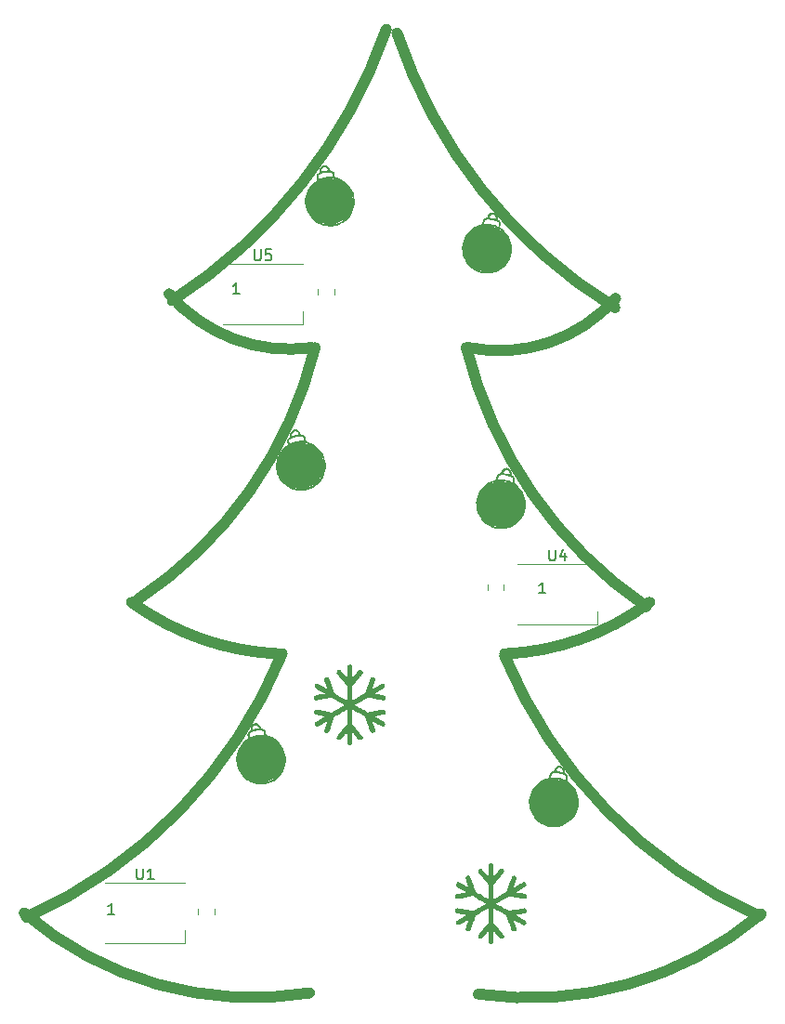
<source format=gto>
%TF.GenerationSoftware,KiCad,Pcbnew,(6.0.7)*%
%TF.CreationDate,2022-11-21T20:09:17+01:00*%
%TF.ProjectId,Arbolito Tronco,4172626f-6c69-4746-9f20-54726f6e636f,rev?*%
%TF.SameCoordinates,Original*%
%TF.FileFunction,Legend,Top*%
%TF.FilePolarity,Positive*%
%FSLAX46Y46*%
G04 Gerber Fmt 4.6, Leading zero omitted, Abs format (unit mm)*
G04 Created by KiCad (PCBNEW (6.0.7)) date 2022-11-21 20:09:17*
%MOMM*%
%LPD*%
G01*
G04 APERTURE LIST*
%ADD10C,1.000000*%
%ADD11C,3.000000*%
%ADD12C,0.150000*%
%ADD13C,0.120000*%
G04 APERTURE END LIST*
D10*
X116375643Y-81500000D02*
G75*
G03*
X132600000Y-58500000I-21123943J32123360D01*
G01*
X119600000Y-54200001D02*
G75*
G03*
X139100000Y-29500000I-26042380J40607141D01*
G01*
D11*
X134600000Y-45175000D02*
G75*
G03*
X134600000Y-45175000I-700000J0D01*
G01*
X128325000Y-96025000D02*
G75*
G03*
X128325000Y-96025000I-700000J0D01*
G01*
D10*
X146399998Y-58500001D02*
G75*
G03*
X162800000Y-82100000I39200352J9742621D01*
G01*
X149899999Y-86399984D02*
G75*
G03*
X163100000Y-81700000I-1046799J23826184D01*
G01*
D11*
X131950000Y-69250000D02*
G75*
G03*
X131950000Y-69250000I-700000J0D01*
G01*
D10*
X119300010Y-53599991D02*
G75*
G03*
X132300000Y-58500000I11024590J9553991D01*
G01*
D11*
X155075000Y-99925000D02*
G75*
G03*
X155075000Y-99925000I-700000J0D01*
G01*
D10*
X140084710Y-29845489D02*
G75*
G03*
X159934711Y-54845489I44175440J14694849D01*
G01*
X106100870Y-110000005D02*
G75*
G03*
X132100000Y-117300000I20868830J24376605D01*
G01*
X146599998Y-58500010D02*
G75*
G03*
X160000000Y-54000000I2795402J13877010D01*
G01*
X147500000Y-117400001D02*
G75*
G03*
X173253169Y-110111326I4695550J32550491D01*
G01*
D11*
X150250692Y-72775000D02*
G75*
G03*
X150250692Y-72775000I-700000J0D01*
G01*
X148975000Y-49500000D02*
G75*
G03*
X148975000Y-49500000I-700000J0D01*
G01*
D10*
X115900001Y-81699998D02*
G75*
G03*
X129347160Y-86400601I14531899J19987198D01*
G01*
X149900013Y-86599995D02*
G75*
G03*
X173100000Y-110300000I41204787J17130195D01*
G01*
X106299998Y-110399996D02*
G75*
G03*
X129600000Y-86400000I-18229568J41008086D01*
G01*
D12*
%TO.C,U5*%
X127088095Y-49552380D02*
X127088095Y-50361904D01*
X127135714Y-50457142D01*
X127183333Y-50504761D01*
X127278571Y-50552380D01*
X127469047Y-50552380D01*
X127564285Y-50504761D01*
X127611904Y-50457142D01*
X127659523Y-50361904D01*
X127659523Y-49552380D01*
X128611904Y-49552380D02*
X128135714Y-49552380D01*
X128088095Y-50028571D01*
X128135714Y-49980952D01*
X128230952Y-49933333D01*
X128469047Y-49933333D01*
X128564285Y-49980952D01*
X128611904Y-50028571D01*
X128659523Y-50123809D01*
X128659523Y-50361904D01*
X128611904Y-50457142D01*
X128564285Y-50504761D01*
X128469047Y-50552380D01*
X128230952Y-50552380D01*
X128135714Y-50504761D01*
X128088095Y-50457142D01*
X125710714Y-53577380D02*
X125139285Y-53577380D01*
X125425000Y-53577380D02*
X125425000Y-52577380D01*
X125329761Y-52720238D01*
X125234523Y-52815476D01*
X125139285Y-52863095D01*
%TO.C,U1*%
X116338095Y-105952380D02*
X116338095Y-106761904D01*
X116385714Y-106857142D01*
X116433333Y-106904761D01*
X116528571Y-106952380D01*
X116719047Y-106952380D01*
X116814285Y-106904761D01*
X116861904Y-106857142D01*
X116909523Y-106761904D01*
X116909523Y-105952380D01*
X117909523Y-106952380D02*
X117338095Y-106952380D01*
X117623809Y-106952380D02*
X117623809Y-105952380D01*
X117528571Y-106095238D01*
X117433333Y-106190476D01*
X117338095Y-106238095D01*
X114310714Y-110102380D02*
X113739285Y-110102380D01*
X114025000Y-110102380D02*
X114025000Y-109102380D01*
X113929761Y-109245238D01*
X113834523Y-109340476D01*
X113739285Y-109388095D01*
%TO.C,U4*%
X153938095Y-76902380D02*
X153938095Y-77711904D01*
X153985714Y-77807142D01*
X154033333Y-77854761D01*
X154128571Y-77902380D01*
X154319047Y-77902380D01*
X154414285Y-77854761D01*
X154461904Y-77807142D01*
X154509523Y-77711904D01*
X154509523Y-76902380D01*
X155414285Y-77235714D02*
X155414285Y-77902380D01*
X155176190Y-76854761D02*
X154938095Y-77569047D01*
X155557142Y-77569047D01*
X153610714Y-80877380D02*
X153039285Y-80877380D01*
X153325000Y-80877380D02*
X153325000Y-79877380D01*
X153229761Y-80020238D01*
X153134523Y-80115476D01*
X153039285Y-80163095D01*
D13*
%TO.C,C16*%
X149785000Y-80088748D02*
X149785000Y-80611252D01*
X148315000Y-80088748D02*
X148315000Y-80611252D01*
%TO.C,G\u002A\u002A\u002A*%
G36*
X127363215Y-97224422D02*
G01*
X127243118Y-97223196D01*
X127121074Y-97217296D01*
X127015497Y-97207801D01*
X126971170Y-97201446D01*
X126879250Y-97182723D01*
X127782384Y-97182723D01*
X127813665Y-97360128D01*
X128035421Y-97321026D01*
X128004140Y-97143621D01*
X127782384Y-97182723D01*
X126879250Y-97182723D01*
X126843171Y-97175374D01*
X126754379Y-97145573D01*
X126702872Y-97106650D01*
X126686728Y-97053216D01*
X126687455Y-97050135D01*
X126694732Y-97019283D01*
X126862424Y-97019283D01*
X127025614Y-97041709D01*
X127187007Y-97058208D01*
X127346849Y-97061695D01*
X127515880Y-97051493D01*
X127704843Y-97026924D01*
X127924478Y-96987308D01*
X127941675Y-96983874D01*
X128103034Y-96949258D01*
X128250090Y-96913465D01*
X128372982Y-96879071D01*
X128461851Y-96848652D01*
X128466275Y-96846849D01*
X128568517Y-96801766D01*
X128659826Y-96756348D01*
X128732147Y-96715120D01*
X128777428Y-96682611D01*
X128788726Y-96665601D01*
X128770877Y-96647247D01*
X128723406Y-96606653D01*
X128652498Y-96548897D01*
X128564336Y-96479055D01*
X128509986Y-96436753D01*
X128415925Y-96362747D01*
X128336836Y-96298138D01*
X128278579Y-96247906D01*
X128247007Y-96217030D01*
X128243208Y-96209984D01*
X128266650Y-96194384D01*
X128319911Y-96165482D01*
X128392067Y-96129172D01*
X128401797Y-96124442D01*
X128474710Y-96086388D01*
X128528868Y-96052921D01*
X128553794Y-96030605D01*
X128554335Y-96028903D01*
X128538500Y-96007859D01*
X128492703Y-95964998D01*
X128422993Y-95905556D01*
X128335415Y-95834765D01*
X128280198Y-95791635D01*
X128184835Y-95717291D01*
X128103268Y-95652279D01*
X128041671Y-95601634D01*
X128006220Y-95570391D01*
X128000081Y-95563209D01*
X128017239Y-95546943D01*
X128064202Y-95520884D01*
X128103505Y-95502679D01*
X128162981Y-95474070D01*
X128200105Y-95450868D01*
X128206646Y-95442198D01*
X128188573Y-95424316D01*
X128140725Y-95384412D01*
X128069344Y-95327500D01*
X127980671Y-95258594D01*
X127926945Y-95217515D01*
X127831290Y-95143698D01*
X127749487Y-95078505D01*
X127687817Y-95027105D01*
X127652557Y-94994665D01*
X127646705Y-94986832D01*
X127663186Y-94968194D01*
X127703828Y-94954187D01*
X127766456Y-94938873D01*
X127799466Y-94920882D01*
X127801272Y-94895349D01*
X127770289Y-94857409D01*
X127704933Y-94802198D01*
X127637384Y-94750292D01*
X127441223Y-94601960D01*
X127307249Y-94808503D01*
X127246072Y-94905507D01*
X127211215Y-94970930D01*
X127202880Y-95009881D01*
X127221268Y-95027471D01*
X127266585Y-95028809D01*
X127315754Y-95022615D01*
X127361283Y-95021795D01*
X127380297Y-95032052D01*
X127369905Y-95056529D01*
X127339085Y-95111813D01*
X127291939Y-95190944D01*
X127232568Y-95286960D01*
X127196069Y-95344633D01*
X127131671Y-95446655D01*
X127077056Y-95535218D01*
X127036347Y-95603471D01*
X127013671Y-95644562D01*
X127010382Y-95653131D01*
X127031771Y-95662592D01*
X127084592Y-95671047D01*
X127127777Y-95674726D01*
X127193516Y-95681260D01*
X127236462Y-95690346D01*
X127245664Y-95696233D01*
X127235018Y-95719267D01*
X127204126Y-95773356D01*
X127157068Y-95851656D01*
X127097924Y-95947324D01*
X127060568Y-96006688D01*
X126996900Y-96109564D01*
X126943938Y-96199621D01*
X126905571Y-96269871D01*
X126885693Y-96313330D01*
X126884113Y-96323408D01*
X126910301Y-96335520D01*
X126969442Y-96348518D01*
X127049584Y-96359870D01*
X127063395Y-96361348D01*
X127144673Y-96371822D01*
X127205783Y-96383784D01*
X127235341Y-96394915D01*
X127236414Y-96396575D01*
X127226742Y-96421464D01*
X127196937Y-96475964D01*
X127151611Y-96552061D01*
X127095377Y-96641738D01*
X127094786Y-96642659D01*
X127032852Y-96739797D01*
X126975816Y-96830335D01*
X126930449Y-96903457D01*
X126905443Y-96945007D01*
X126862424Y-97019283D01*
X126694732Y-97019283D01*
X126704028Y-96979875D01*
X126752847Y-96881237D01*
X126818309Y-96772490D01*
X126873488Y-96682919D01*
X126918145Y-96607500D01*
X126947704Y-96554173D01*
X126957591Y-96530886D01*
X126935823Y-96517855D01*
X126883083Y-96498405D01*
X126828924Y-96481970D01*
X126754570Y-96457729D01*
X126712563Y-96432350D01*
X126690818Y-96397346D01*
X126685811Y-96381446D01*
X126681581Y-96348457D01*
X126689112Y-96309879D01*
X126711826Y-96258039D01*
X126753143Y-96185267D01*
X126816485Y-96083892D01*
X126823219Y-96073360D01*
X126886604Y-95973361D01*
X126927881Y-95904364D01*
X126949754Y-95859784D01*
X126954924Y-95833038D01*
X126946095Y-95817542D01*
X126931651Y-95809220D01*
X126864410Y-95774887D01*
X126828854Y-95744958D01*
X126813893Y-95709749D01*
X126813135Y-95705750D01*
X126821646Y-95670488D01*
X126850535Y-95606569D01*
X126895336Y-95522903D01*
X126951582Y-95428394D01*
X126954866Y-95423143D01*
X127104380Y-95184678D01*
X127043366Y-95147007D01*
X126998449Y-95110075D01*
X126976158Y-95074205D01*
X126985739Y-95040765D01*
X127018278Y-94974669D01*
X127071204Y-94880366D01*
X127141949Y-94762298D01*
X127227940Y-94624913D01*
X127304741Y-94505983D01*
X127349165Y-94452234D01*
X127394755Y-94418079D01*
X127408402Y-94413394D01*
X127428875Y-94411783D01*
X127451868Y-94416618D01*
X127482573Y-94431317D01*
X127526185Y-94459301D01*
X127587898Y-94503991D01*
X127672907Y-94568804D01*
X127786405Y-94657162D01*
X127827481Y-94689316D01*
X127927696Y-94770870D01*
X127993247Y-94833627D01*
X128027212Y-94883359D01*
X128032667Y-94925843D01*
X128012690Y-94966854D01*
X127989531Y-94993407D01*
X127976844Y-95010571D01*
X127977342Y-95029327D01*
X127995817Y-95055069D01*
X128037057Y-95093194D01*
X128105852Y-95149098D01*
X128177653Y-95205348D01*
X128263834Y-95275317D01*
X128335965Y-95339269D01*
X128386855Y-95390440D01*
X128409310Y-95422066D01*
X128409652Y-95423486D01*
X128400390Y-95467385D01*
X128367802Y-95521219D01*
X128357840Y-95533052D01*
X128298373Y-95599206D01*
X128526681Y-95773602D01*
X128623685Y-95849081D01*
X128689701Y-95904703D01*
X128730574Y-95946522D01*
X128752153Y-95980588D01*
X128760286Y-96012954D01*
X128760528Y-96015618D01*
X128757825Y-96059501D01*
X128735715Y-96097077D01*
X128685746Y-96140458D01*
X128660427Y-96159027D01*
X128603747Y-96202975D01*
X128566340Y-96238307D01*
X128557090Y-96253763D01*
X128575007Y-96273976D01*
X128622009Y-96314784D01*
X128690855Y-96370166D01*
X128770233Y-96431044D01*
X128883992Y-96520817D01*
X128958662Y-96593632D01*
X128994183Y-96655011D01*
X128990492Y-96710470D01*
X128947526Y-96765529D01*
X128865222Y-96825708D01*
X128765130Y-96884537D01*
X128678828Y-96927962D01*
X128568200Y-96976996D01*
X128451834Y-97023583D01*
X128402991Y-97041449D01*
X128182744Y-97119138D01*
X128240197Y-97444974D01*
X128143179Y-97462081D01*
X128065900Y-97477570D01*
X127996306Y-97494454D01*
X127983750Y-97498058D01*
X127925864Y-97511123D01*
X127845140Y-97524154D01*
X127792291Y-97530677D01*
X127663241Y-97544426D01*
X127636260Y-97391409D01*
X127606258Y-97221259D01*
X127363215Y-97224422D01*
G37*
G36*
X125433108Y-95889997D02*
G01*
X125470248Y-95605489D01*
X125543340Y-95326179D01*
X125652480Y-95055783D01*
X125797768Y-94798016D01*
X125979300Y-94556596D01*
X126197173Y-94335239D01*
X126321960Y-94231545D01*
X126505257Y-94089360D01*
X126497204Y-94043689D01*
X126471901Y-93900186D01*
X126453997Y-93767098D01*
X126453985Y-93726903D01*
X126632420Y-93726903D01*
X126636567Y-93790071D01*
X126647442Y-93858341D01*
X126674609Y-94012408D01*
X126770243Y-93964206D01*
X126834766Y-93936602D01*
X126927321Y-93903122D01*
X127032353Y-93869233D01*
X127082801Y-93854378D01*
X127257670Y-93813383D01*
X127444237Y-93784648D01*
X127629327Y-93769237D01*
X127799768Y-93768217D01*
X127942389Y-93782653D01*
X127950540Y-93784182D01*
X127967788Y-93779617D01*
X127972995Y-93751475D01*
X127966656Y-93691745D01*
X127959060Y-93646094D01*
X127942781Y-93565705D01*
X127925792Y-93500444D01*
X127913369Y-93467808D01*
X127866190Y-93429528D01*
X127782319Y-93403306D01*
X127668495Y-93389301D01*
X127531463Y-93387670D01*
X127377963Y-93398575D01*
X127214737Y-93422174D01*
X127089621Y-93448388D01*
X126938905Y-93487949D01*
X126826219Y-93526497D01*
X126744752Y-93567133D01*
X126687687Y-93612959D01*
X126663608Y-93642391D01*
X126641077Y-93682435D01*
X126632420Y-93726903D01*
X126453985Y-93726903D01*
X126453967Y-93668980D01*
X126461625Y-93627133D01*
X126502477Y-93543544D01*
X126571541Y-93462413D01*
X126654138Y-93399938D01*
X126678751Y-93387525D01*
X126709937Y-93368193D01*
X126722457Y-93337832D01*
X126721365Y-93311253D01*
X126720186Y-93282541D01*
X126716324Y-93252639D01*
X126716701Y-93212025D01*
X126895097Y-93212025D01*
X126899836Y-93279784D01*
X127190075Y-93240040D01*
X127299272Y-93223639D01*
X127391370Y-93207068D01*
X127457659Y-93192096D01*
X127489431Y-93180491D01*
X127490772Y-93178981D01*
X127489785Y-93145668D01*
X127473642Y-93092024D01*
X127470294Y-93083743D01*
X127410318Y-92992701D01*
X127325526Y-92931986D01*
X127226278Y-92904001D01*
X127122938Y-92911152D01*
X127025867Y-92955842D01*
X127001678Y-92975007D01*
X126926802Y-93065851D01*
X126895441Y-93168074D01*
X126895097Y-93212025D01*
X126716701Y-93212025D01*
X126717583Y-93116886D01*
X126756269Y-92995027D01*
X126825906Y-92890925D01*
X126920019Y-92808446D01*
X127032131Y-92751451D01*
X127155765Y-92723805D01*
X127284445Y-92729373D01*
X127411695Y-92772016D01*
X127467242Y-92804654D01*
X127536763Y-92866088D01*
X127600784Y-92947197D01*
X127651084Y-93034637D01*
X127679441Y-93115065D01*
X127682531Y-93154062D01*
X127689556Y-93182400D01*
X127722762Y-93200839D01*
X127788159Y-93214311D01*
X127878591Y-93232287D01*
X127944545Y-93258791D01*
X128006564Y-93303325D01*
X128035069Y-93328496D01*
X128064920Y-93360199D01*
X128086852Y-93398487D01*
X128104826Y-93454151D01*
X128122804Y-93537982D01*
X128133583Y-93596938D01*
X128171443Y-93810114D01*
X128378856Y-93875499D01*
X128669298Y-93989858D01*
X128936720Y-94140668D01*
X129178683Y-94324321D01*
X129392752Y-94537213D01*
X129576487Y-94775735D01*
X129727451Y-95036284D01*
X129843206Y-95315251D01*
X129921315Y-95609030D01*
X129959340Y-95914016D01*
X129956249Y-96209096D01*
X129910642Y-96518375D01*
X129823561Y-96816133D01*
X129697686Y-97098190D01*
X129535699Y-97360372D01*
X129340278Y-97598498D01*
X129114104Y-97808392D01*
X128859859Y-97985877D01*
X128790930Y-98025407D01*
X128564264Y-98131860D01*
X128316361Y-98216540D01*
X128061194Y-98275890D01*
X127812734Y-98306353D01*
X127675227Y-98309343D01*
X127361355Y-98283610D01*
X127066565Y-98219205D01*
X126784903Y-98114224D01*
X126510417Y-97966761D01*
X126418529Y-97907190D01*
X126171571Y-97714895D01*
X125959785Y-97498066D01*
X125783265Y-97260419D01*
X125642113Y-97005672D01*
X125536422Y-96737540D01*
X125466293Y-96459739D01*
X125452556Y-96346650D01*
X125431823Y-96175986D01*
X125432145Y-96104319D01*
X125609844Y-96104319D01*
X125630439Y-96315285D01*
X125669502Y-96527737D01*
X125724214Y-96725743D01*
X125780401Y-96869688D01*
X125898610Y-97097137D01*
X126030994Y-97295485D01*
X126132005Y-97419217D01*
X126343922Y-97627494D01*
X126581071Y-97801091D01*
X126838692Y-97938787D01*
X127112020Y-98039367D01*
X127396293Y-98101612D01*
X127686748Y-98124306D01*
X127978622Y-98106229D01*
X128267153Y-98046166D01*
X128406783Y-98000705D01*
X128679817Y-97877991D01*
X128926266Y-97722027D01*
X129144618Y-97536676D01*
X129333363Y-97325798D01*
X129490989Y-97093256D01*
X129615986Y-96842911D01*
X129706841Y-96578627D01*
X129762044Y-96304262D01*
X129780084Y-96023680D01*
X129759447Y-95740743D01*
X129698626Y-95459312D01*
X129596107Y-95183249D01*
X129547969Y-95084514D01*
X129421403Y-94868503D01*
X129279853Y-94682235D01*
X129144943Y-94541280D01*
X128938986Y-94370168D01*
X128706749Y-94220854D01*
X128460685Y-94100270D01*
X128213248Y-94015342D01*
X128188063Y-94008867D01*
X127919022Y-93963886D01*
X127637713Y-93957149D01*
X127352929Y-93987094D01*
X127073466Y-94052159D01*
X126808119Y-94150783D01*
X126565686Y-94281405D01*
X126533339Y-94302650D01*
X126356966Y-94440505D01*
X126183549Y-94611177D01*
X126022942Y-94802978D01*
X125885002Y-95004221D01*
X125786034Y-95188870D01*
X125727134Y-95342152D01*
X125675566Y-95522087D01*
X125635777Y-95710387D01*
X125612213Y-95888760D01*
X125610539Y-95910771D01*
X125609844Y-96104319D01*
X125432145Y-96104319D01*
X125433108Y-95889997D01*
G37*
%TO.C,U5*%
X124200000Y-50850000D02*
X131500000Y-50850000D01*
X131500000Y-56350000D02*
X131500000Y-55200000D01*
X124200000Y-56350000D02*
X131500000Y-56350000D01*
%TO.C,C12*%
X132865000Y-53138748D02*
X132865000Y-53661252D01*
X134335000Y-53138748D02*
X134335000Y-53661252D01*
%TO.C,U1*%
X113450000Y-112750000D02*
X120750000Y-112750000D01*
X113450000Y-107250000D02*
X120750000Y-107250000D01*
X120750000Y-112750000D02*
X120750000Y-111600000D01*
%TO.C,G\u002A\u002A\u002A*%
G36*
X148754779Y-105495494D02*
G01*
X148818479Y-105539503D01*
X148846801Y-105575343D01*
X148855662Y-105591654D01*
X148862728Y-105610802D01*
X148868207Y-105636468D01*
X148872309Y-105672334D01*
X148875243Y-105722083D01*
X148877219Y-105789397D01*
X148878446Y-105877957D01*
X148879134Y-105991447D01*
X148879491Y-106133547D01*
X148879518Y-106150708D01*
X148880330Y-106673745D01*
X148965390Y-106580081D01*
X149004163Y-106536295D01*
X149058388Y-106473561D01*
X149122711Y-106398149D01*
X149191779Y-106316326D01*
X149246589Y-106250782D01*
X149318871Y-106166133D01*
X149385611Y-106092115D01*
X149442829Y-106032907D01*
X149486548Y-105992685D01*
X149505611Y-105978833D01*
X149580483Y-105951691D01*
X149654106Y-105952788D01*
X149721712Y-105977863D01*
X149778533Y-106022655D01*
X149819801Y-106082902D01*
X149840748Y-106154344D01*
X149836607Y-106232719D01*
X149826609Y-106265714D01*
X149810659Y-106292636D01*
X149777252Y-106338968D01*
X149730406Y-106399468D01*
X149674137Y-106468900D01*
X149634556Y-106516169D01*
X149568045Y-106594681D01*
X149501797Y-106673063D01*
X149441821Y-106744195D01*
X149394126Y-106800954D01*
X149377377Y-106820981D01*
X149331200Y-106876004D01*
X149287017Y-106928096D01*
X149254006Y-106966440D01*
X149252680Y-106967954D01*
X149227058Y-106997594D01*
X149185246Y-107046436D01*
X149132159Y-107108719D01*
X149072714Y-107178681D01*
X149044254Y-107212250D01*
X148878829Y-107407511D01*
X148878829Y-108742216D01*
X148931950Y-108715057D01*
X148958839Y-108700356D01*
X149011426Y-108670721D01*
X149087136Y-108627630D01*
X149183397Y-108572560D01*
X149297634Y-108506991D01*
X149427273Y-108432401D01*
X149569742Y-108350268D01*
X149722466Y-108262070D01*
X149882873Y-108169286D01*
X149982111Y-108111811D01*
X150012065Y-108092499D01*
X150034977Y-108070432D01*
X150054984Y-108038821D01*
X150076224Y-107990877D01*
X150102836Y-107919814D01*
X150108156Y-107905046D01*
X150128947Y-107847118D01*
X150158830Y-107763786D01*
X150195881Y-107660423D01*
X150238173Y-107542401D01*
X150283781Y-107415093D01*
X150330780Y-107283872D01*
X150350261Y-107229472D01*
X150394733Y-107106105D01*
X150436611Y-106991501D01*
X150474416Y-106889590D01*
X150506666Y-106804302D01*
X150531883Y-106739568D01*
X150548587Y-106699318D01*
X150553976Y-106688447D01*
X150592952Y-106651093D01*
X150650874Y-106620198D01*
X150713999Y-106602283D01*
X150739979Y-106600193D01*
X150818355Y-106615089D01*
X150886617Y-106655585D01*
X150938357Y-106715393D01*
X150967170Y-106788224D01*
X150970978Y-106826937D01*
X150965613Y-106854903D01*
X150950494Y-106908972D01*
X150927090Y-106984542D01*
X150896865Y-107077010D01*
X150861288Y-107181776D01*
X150823874Y-107288484D01*
X150784967Y-107397945D01*
X150749922Y-107496831D01*
X150720159Y-107581110D01*
X150697099Y-107646751D01*
X150682163Y-107689721D01*
X150676771Y-107705987D01*
X150676770Y-107706005D01*
X150690357Y-107699223D01*
X150728858Y-107678007D01*
X150788881Y-107644278D01*
X150867035Y-107599955D01*
X150959927Y-107546959D01*
X151064165Y-107487208D01*
X151118460Y-107455987D01*
X151253894Y-107378434D01*
X151364557Y-107316365D01*
X151453747Y-107268506D01*
X151524762Y-107233584D01*
X151580901Y-107210324D01*
X151625459Y-107197453D01*
X151661736Y-107193697D01*
X151693029Y-107197783D01*
X151722636Y-107208436D01*
X151738863Y-107216358D01*
X151809054Y-107268770D01*
X151852343Y-107337587D01*
X151866574Y-107419018D01*
X151865515Y-107439087D01*
X151854310Y-107496300D01*
X151834836Y-107546785D01*
X151826227Y-107560725D01*
X151804355Y-107579441D01*
X151757789Y-107611855D01*
X151690305Y-107655595D01*
X151605673Y-107708284D01*
X151507668Y-107767549D01*
X151400061Y-107831016D01*
X151357424Y-107855749D01*
X151249783Y-107918293D01*
X151152286Y-107975701D01*
X151068275Y-108025943D01*
X151001092Y-108066991D01*
X150954079Y-108096818D01*
X150930577Y-108113395D01*
X150928580Y-108116010D01*
X150946174Y-108120963D01*
X150991651Y-108130815D01*
X151060712Y-108144718D01*
X151149058Y-108161825D01*
X151252391Y-108181289D01*
X151361439Y-108201357D01*
X151495452Y-108226537D01*
X151611530Y-108249931D01*
X151706432Y-108270811D01*
X151776918Y-108288447D01*
X151819746Y-108302109D01*
X151828895Y-108306608D01*
X151888675Y-108362122D01*
X151922815Y-108428746D01*
X151933041Y-108500449D01*
X151921081Y-108571199D01*
X151888660Y-108634961D01*
X151837505Y-108685704D01*
X151769343Y-108717394D01*
X151709149Y-108725032D01*
X151686629Y-108723615D01*
X151649354Y-108719159D01*
X151595542Y-108711360D01*
X151523414Y-108699910D01*
X151431189Y-108684503D01*
X151317087Y-108664835D01*
X151179328Y-108640599D01*
X151016131Y-108611489D01*
X150825717Y-108577199D01*
X150606304Y-108537423D01*
X150419271Y-108503375D01*
X150345632Y-108491470D01*
X150295948Y-108487739D01*
X150262582Y-108491940D01*
X150247649Y-108497943D01*
X150223034Y-108511594D01*
X150174858Y-108538986D01*
X150107814Y-108577425D01*
X150026599Y-108624214D01*
X149935908Y-108676660D01*
X149900386Y-108697252D01*
X149804302Y-108752937D01*
X149713095Y-108805701D01*
X149632205Y-108852404D01*
X149567074Y-108889905D01*
X149523145Y-108915063D01*
X149514947Y-108919715D01*
X149389813Y-108990646D01*
X149291353Y-109046969D01*
X149217605Y-109089841D01*
X149166609Y-109120420D01*
X149136403Y-109139865D01*
X149125024Y-109149333D01*
X149124819Y-109150000D01*
X149138315Y-109160423D01*
X149175566Y-109184038D01*
X149231850Y-109217982D01*
X149302447Y-109259392D01*
X149357390Y-109291025D01*
X149442636Y-109339814D01*
X149548020Y-109400232D01*
X149665360Y-109467582D01*
X149786474Y-109537167D01*
X149903178Y-109604290D01*
X149935439Y-109622860D01*
X150281045Y-109821841D01*
X150417614Y-109796889D01*
X150678446Y-109749397D01*
X150908018Y-109707952D01*
X151107167Y-109672409D01*
X151276732Y-109642625D01*
X151417549Y-109618458D01*
X151530458Y-109599762D01*
X151616295Y-109586396D01*
X151675899Y-109578214D01*
X151710108Y-109575074D01*
X151712916Y-109575029D01*
X151791751Y-109588842D01*
X151854795Y-109626112D01*
X151900393Y-109680823D01*
X151926893Y-109746959D01*
X151932640Y-109818503D01*
X151915983Y-109889438D01*
X151875267Y-109953748D01*
X151828038Y-109993953D01*
X151797125Y-110006226D01*
X151736608Y-110022715D01*
X151649212Y-110042804D01*
X151537664Y-110065879D01*
X151404691Y-110091325D01*
X151360330Y-110099456D01*
X151246766Y-110120306D01*
X151144088Y-110139604D01*
X151056594Y-110156504D01*
X150988585Y-110170164D01*
X150944358Y-110179738D01*
X150928281Y-110184289D01*
X150937891Y-110195260D01*
X150970176Y-110218120D01*
X151019249Y-110248861D01*
X151047878Y-110265725D01*
X151218651Y-110364558D01*
X151363127Y-110448548D01*
X151483437Y-110518995D01*
X151581713Y-110577195D01*
X151660085Y-110624449D01*
X151720684Y-110662053D01*
X151765642Y-110691307D01*
X151797088Y-110713509D01*
X151817155Y-110729956D01*
X151826797Y-110740305D01*
X151855023Y-110800082D01*
X151866412Y-110872960D01*
X151859629Y-110943755D01*
X151847578Y-110976479D01*
X151797063Y-111043473D01*
X151730138Y-111088171D01*
X151654179Y-111107341D01*
X151576560Y-111097749D01*
X151573353Y-111096662D01*
X151547604Y-111085642D01*
X151506508Y-111064913D01*
X151448198Y-111033422D01*
X151370806Y-110990114D01*
X151272467Y-110933934D01*
X151151313Y-110863829D01*
X151005479Y-110778744D01*
X150873051Y-110701099D01*
X150803578Y-110660846D01*
X150744962Y-110627922D01*
X150702520Y-110605237D01*
X150681570Y-110595698D01*
X150680335Y-110595684D01*
X150684382Y-110611705D01*
X150698321Y-110654251D01*
X150720708Y-110719186D01*
X150750099Y-110802373D01*
X150785051Y-110899677D01*
X150818214Y-110990829D01*
X150870035Y-111134493D01*
X150910080Y-111251491D01*
X150938854Y-111345455D01*
X150956864Y-111420012D01*
X150964614Y-111478794D01*
X150962612Y-111525428D01*
X150951362Y-111563546D01*
X150931372Y-111596776D01*
X150906643Y-111625177D01*
X150837639Y-111676802D01*
X150758988Y-111697777D01*
X150685578Y-111692832D01*
X150650400Y-111683817D01*
X150619695Y-111668832D01*
X150591525Y-111644543D01*
X150563949Y-111607617D01*
X150535029Y-111554720D01*
X150502825Y-111482519D01*
X150465397Y-111387681D01*
X150420806Y-111266872D01*
X150393469Y-111190792D01*
X150347408Y-111062043D01*
X150298009Y-110924267D01*
X150248510Y-110786475D01*
X150202150Y-110657680D01*
X150162167Y-110546894D01*
X150148097Y-110508017D01*
X150044963Y-110223369D01*
X149467352Y-109890996D01*
X149342310Y-109819118D01*
X149226311Y-109752581D01*
X149122362Y-109693100D01*
X149033467Y-109642388D01*
X148962633Y-109602158D01*
X148912865Y-109574123D01*
X148887169Y-109559997D01*
X148884285Y-109558623D01*
X148883109Y-109574396D01*
X148882027Y-109619432D01*
X148881066Y-109690301D01*
X148880254Y-109783576D01*
X148879617Y-109895829D01*
X148879184Y-110023632D01*
X148878982Y-110163557D01*
X148878972Y-110224678D01*
X148879115Y-110890733D01*
X149095542Y-111146792D01*
X149239063Y-111316554D01*
X149362984Y-111463169D01*
X149468740Y-111588514D01*
X149557766Y-111694465D01*
X149631495Y-111782901D01*
X149691363Y-111855696D01*
X149738804Y-111914729D01*
X149775253Y-111961875D01*
X149802143Y-111999013D01*
X149820910Y-112028018D01*
X149832987Y-112050768D01*
X149839810Y-112069139D01*
X149842813Y-112085009D01*
X149843430Y-112100254D01*
X149843096Y-112116750D01*
X149843017Y-112124775D01*
X149828372Y-112196924D01*
X149789081Y-112262973D01*
X149732261Y-112315590D01*
X149665029Y-112347440D01*
X149621007Y-112353542D01*
X149553387Y-112339520D01*
X149480171Y-112300506D01*
X149409206Y-112241311D01*
X149374407Y-112202427D01*
X149315278Y-112129635D01*
X149249821Y-112050256D01*
X149181342Y-111968170D01*
X149113149Y-111887256D01*
X149048549Y-111811393D01*
X148990849Y-111744461D01*
X148943354Y-111690338D01*
X148909374Y-111652903D01*
X148892213Y-111636037D01*
X148891087Y-111635473D01*
X148888091Y-111650906D01*
X148885359Y-111695143D01*
X148882985Y-111764298D01*
X148881061Y-111854488D01*
X148879680Y-111961826D01*
X148878935Y-112082427D01*
X148878829Y-112150104D01*
X148878669Y-112303631D01*
X148877816Y-112427980D01*
X148875709Y-112526663D01*
X148871789Y-112603192D01*
X148865495Y-112661078D01*
X148856267Y-112703834D01*
X148843546Y-112734970D01*
X148826770Y-112757999D01*
X148805381Y-112776433D01*
X148778818Y-112793782D01*
X148775879Y-112795578D01*
X148714637Y-112819482D01*
X148650000Y-112827484D01*
X148579216Y-112817923D01*
X148524120Y-112795578D01*
X148497067Y-112778188D01*
X148475222Y-112760075D01*
X148458028Y-112737737D01*
X148444929Y-112707670D01*
X148435369Y-112666374D01*
X148428791Y-112610345D01*
X148424639Y-112536081D01*
X148422356Y-112440079D01*
X148421386Y-112318838D01*
X148421172Y-112168854D01*
X148421171Y-112147570D01*
X148421104Y-112004034D01*
X148420776Y-111890025D01*
X148419994Y-111802382D01*
X148418568Y-111737942D01*
X148416305Y-111693545D01*
X148413015Y-111666028D01*
X148408505Y-111652229D01*
X148402584Y-111648986D01*
X148395060Y-111653137D01*
X148391406Y-111656298D01*
X148372781Y-111676112D01*
X148336562Y-111717195D01*
X148286065Y-111775689D01*
X148224606Y-111847737D01*
X148155500Y-111929481D01*
X148109456Y-111984310D01*
X148016211Y-112094427D01*
X147939924Y-112181147D01*
X147877582Y-112246952D01*
X147826171Y-112294325D01*
X147782678Y-112325750D01*
X147744090Y-112343710D01*
X147707394Y-112350687D01*
X147669577Y-112349164D01*
X147667093Y-112348842D01*
X147582125Y-112322951D01*
X147516784Y-112273680D01*
X147474290Y-112205919D01*
X147457862Y-112124562D01*
X147467534Y-112045563D01*
X147479979Y-112025399D01*
X147511466Y-111983098D01*
X147559798Y-111921376D01*
X147622781Y-111842948D01*
X147698220Y-111750531D01*
X147783919Y-111646839D01*
X147877683Y-111534588D01*
X147949486Y-111449364D01*
X148421171Y-110891513D01*
X148421171Y-110225068D01*
X148421002Y-110081057D01*
X148420521Y-109947738D01*
X148419764Y-109828536D01*
X148418767Y-109726880D01*
X148417567Y-109646196D01*
X148416201Y-109589912D01*
X148414705Y-109561453D01*
X148414048Y-109558623D01*
X148405054Y-109562810D01*
X148380864Y-109575926D01*
X148340033Y-109598798D01*
X148281116Y-109632256D01*
X148202667Y-109677128D01*
X148103241Y-109734243D01*
X147981392Y-109804430D01*
X147835675Y-109888518D01*
X147664644Y-109987336D01*
X147466855Y-110101711D01*
X147457870Y-110106909D01*
X147254607Y-110224491D01*
X147118931Y-110598474D01*
X147073182Y-110725004D01*
X147023952Y-110861888D01*
X146974719Y-110999406D01*
X146928961Y-111127839D01*
X146890157Y-111237465D01*
X146882758Y-111258494D01*
X146848803Y-111353210D01*
X146816251Y-111440513D01*
X146787449Y-111514365D01*
X146764748Y-111568724D01*
X146751522Y-111595911D01*
X146700330Y-111652588D01*
X146633295Y-111686316D01*
X146558023Y-111696924D01*
X146482119Y-111684240D01*
X146413188Y-111648095D01*
X146369884Y-111604483D01*
X146350207Y-111572025D01*
X146338548Y-111534891D01*
X146335556Y-111489512D01*
X146341881Y-111432319D01*
X146358170Y-111359745D01*
X146385073Y-111268221D01*
X146423239Y-111154178D01*
X146473316Y-111014047D01*
X146481122Y-110992668D01*
X146519833Y-110886501D01*
X146554529Y-110790647D01*
X146583706Y-110709320D01*
X146605859Y-110646738D01*
X146619481Y-110607118D01*
X146623230Y-110594690D01*
X146610904Y-110596378D01*
X146579760Y-110611725D01*
X146561937Y-110622047D01*
X146500755Y-110658492D01*
X146421972Y-110704807D01*
X146330809Y-110757984D01*
X146232491Y-110815013D01*
X146132240Y-110872885D01*
X146035280Y-110928588D01*
X145946833Y-110979115D01*
X145872122Y-111021455D01*
X145816370Y-111052599D01*
X145789640Y-111067061D01*
X145698301Y-111100867D01*
X145614953Y-111103605D01*
X145541201Y-111075642D01*
X145478653Y-111017345D01*
X145461051Y-110992001D01*
X145438285Y-110929328D01*
X145435074Y-110854932D01*
X145450718Y-110782745D01*
X145473773Y-110739275D01*
X145495638Y-110720571D01*
X145542213Y-110688159D01*
X145609740Y-110644400D01*
X145694464Y-110591659D01*
X145792628Y-110532298D01*
X145900474Y-110468681D01*
X145944577Y-110443095D01*
X146068280Y-110371423D01*
X146165999Y-110314112D01*
X146240241Y-110269495D01*
X146293512Y-110235904D01*
X146328318Y-110211671D01*
X146347167Y-110195129D01*
X146352563Y-110184608D01*
X146347015Y-110178442D01*
X146343973Y-110177310D01*
X146316985Y-110170979D01*
X146262901Y-110160005D01*
X146186828Y-110145360D01*
X146093875Y-110128019D01*
X145989148Y-110108955D01*
X145928571Y-110098122D01*
X145819273Y-110078313D01*
X145718709Y-110059358D01*
X145632049Y-110042290D01*
X145564464Y-110028142D01*
X145521126Y-110017946D01*
X145509610Y-110014441D01*
X145441379Y-109973243D01*
X145395903Y-109916346D01*
X145372159Y-109849704D01*
X145369123Y-109779271D01*
X145385775Y-109710999D01*
X145421090Y-109650844D01*
X145474048Y-109604757D01*
X145543625Y-109578693D01*
X145585077Y-109575029D01*
X145614849Y-109577874D01*
X145673043Y-109586029D01*
X145755931Y-109598879D01*
X145859787Y-109615811D01*
X145980882Y-109636212D01*
X146115489Y-109659468D01*
X146259882Y-109684966D01*
X146335314Y-109698496D01*
X147020422Y-109822025D01*
X147250880Y-109688707D01*
X147335423Y-109639890D01*
X147440216Y-109579523D01*
X147557129Y-109512280D01*
X147678034Y-109442835D01*
X147794800Y-109375864D01*
X147828109Y-109356780D01*
X147924004Y-109301535D01*
X148009717Y-109251535D01*
X148081398Y-109209079D01*
X148135196Y-109176463D01*
X148167258Y-109155985D01*
X148174727Y-109150000D01*
X148161043Y-109140186D01*
X148122343Y-109116242D01*
X148062036Y-109080182D01*
X147983532Y-109034017D01*
X147890242Y-108979761D01*
X147785575Y-108919425D01*
X147731573Y-108888481D01*
X147614702Y-108821523D01*
X147500446Y-108755839D01*
X147393696Y-108694258D01*
X147299344Y-108639609D01*
X147222281Y-108594719D01*
X147167400Y-108562419D01*
X147156961Y-108556188D01*
X147025350Y-108477240D01*
X146337569Y-108601136D01*
X146189377Y-108627560D01*
X146049099Y-108652056D01*
X145920453Y-108674010D01*
X145807157Y-108692813D01*
X145712926Y-108707852D01*
X145641479Y-108718516D01*
X145596533Y-108724193D01*
X145584868Y-108724971D01*
X145507753Y-108710287D01*
X145443394Y-108670703D01*
X145395736Y-108612688D01*
X145368721Y-108542712D01*
X145366294Y-108467243D01*
X145387636Y-108401408D01*
X145405133Y-108369664D01*
X145423625Y-108343693D01*
X145446888Y-108322122D01*
X145478696Y-108303575D01*
X145522822Y-108286678D01*
X145583041Y-108270056D01*
X145663128Y-108252336D01*
X145766856Y-108232142D01*
X145898001Y-108208099D01*
X145938527Y-108200783D01*
X146055136Y-108179811D01*
X146160974Y-108160874D01*
X146251853Y-108144714D01*
X146323587Y-108132072D01*
X146371988Y-108123688D01*
X146392870Y-108120305D01*
X146393307Y-108120270D01*
X146381832Y-108112491D01*
X146345394Y-108090488D01*
X146287408Y-108056261D01*
X146211291Y-108011812D01*
X146120459Y-107959141D01*
X146018327Y-107900250D01*
X145985245Y-107881238D01*
X145853874Y-107805750D01*
X145747892Y-107744544D01*
X145664338Y-107695630D01*
X145600251Y-107657016D01*
X145552669Y-107626708D01*
X145518631Y-107602716D01*
X145495176Y-107583048D01*
X145479343Y-107565710D01*
X145468170Y-107548713D01*
X145458697Y-107530062D01*
X145456584Y-107525619D01*
X145434154Y-107446050D01*
X145439142Y-107368799D01*
X145467611Y-107299280D01*
X145515625Y-107242908D01*
X145579248Y-107205097D01*
X145654543Y-107191262D01*
X145696722Y-107195287D01*
X145723638Y-107205821D01*
X145774734Y-107230855D01*
X145846051Y-107268257D01*
X145933625Y-107315892D01*
X146033498Y-107371629D01*
X146141707Y-107433333D01*
X146181918Y-107456584D01*
X146289507Y-107518825D01*
X146387634Y-107575209D01*
X146472841Y-107623778D01*
X146541672Y-107662577D01*
X146590667Y-107689649D01*
X146616370Y-107703038D01*
X146619399Y-107704103D01*
X146615256Y-107688345D01*
X146601375Y-107645855D01*
X146579138Y-107580643D01*
X146549929Y-107496716D01*
X146515131Y-107398083D01*
X146476128Y-107288753D01*
X146474804Y-107285063D01*
X146425814Y-107147065D01*
X146387901Y-107035777D01*
X146360402Y-106947397D01*
X146342658Y-106878124D01*
X146334006Y-106824158D01*
X146333787Y-106781699D01*
X146341338Y-106746944D01*
X146355999Y-106716094D01*
X146371744Y-106692571D01*
X146425998Y-106642431D01*
X146497002Y-106609431D01*
X146556886Y-106600193D01*
X146614767Y-106610321D01*
X146676092Y-106636228D01*
X146727488Y-106671198D01*
X146750297Y-106697312D01*
X146760155Y-106719778D01*
X146779660Y-106769628D01*
X146807542Y-106843430D01*
X146842532Y-106937753D01*
X146883363Y-107049168D01*
X146928765Y-107174243D01*
X146977470Y-107309547D01*
X147000142Y-107372899D01*
X147049718Y-107511557D01*
X147096254Y-107641468D01*
X147138519Y-107759216D01*
X147175286Y-107861386D01*
X147205323Y-107944565D01*
X147227401Y-108005336D01*
X147240290Y-108040286D01*
X147242781Y-108046718D01*
X147261974Y-108067641D01*
X147303585Y-108099345D01*
X147361172Y-108137261D01*
X147417904Y-108170977D01*
X147526042Y-108232549D01*
X147655667Y-108306785D01*
X147800061Y-108389819D01*
X147952510Y-108477787D01*
X148106295Y-108566824D01*
X148167825Y-108602538D01*
X148237169Y-108642647D01*
X148299779Y-108678551D01*
X148348093Y-108705931D01*
X148372136Y-108719205D01*
X148412999Y-108740928D01*
X148421541Y-107413358D01*
X148331503Y-107303304D01*
X148306140Y-107272447D01*
X148277213Y-107237575D01*
X148242801Y-107196418D01*
X148200981Y-107146705D01*
X148149832Y-107086166D01*
X148087432Y-107012530D01*
X148011858Y-106923528D01*
X147921191Y-106816889D01*
X147813506Y-106690343D01*
X147686884Y-106541619D01*
X147661132Y-106511380D01*
X147602640Y-106441397D01*
X147550701Y-106376835D01*
X147509621Y-106323228D01*
X147483706Y-106286113D01*
X147477989Y-106275940D01*
X147457891Y-106197663D01*
X147465481Y-106122703D01*
X147496154Y-106055724D01*
X147545301Y-106001389D01*
X147608317Y-105964363D01*
X147680594Y-105949312D01*
X147757524Y-105960898D01*
X147780194Y-105969975D01*
X147819849Y-105997129D01*
X147875994Y-106049799D01*
X147949204Y-106128565D01*
X148028893Y-106220746D01*
X148098646Y-106303324D01*
X148169424Y-106386983D01*
X148235118Y-106464510D01*
X148289615Y-106528690D01*
X148314929Y-106558413D01*
X148412999Y-106673346D01*
X148421171Y-106142336D01*
X148423629Y-105989319D01*
X148426183Y-105865505D01*
X148429396Y-105767413D01*
X148433831Y-105691557D01*
X148440053Y-105634457D01*
X148448624Y-105592628D01*
X148460108Y-105562588D01*
X148475067Y-105540854D01*
X148494066Y-105523943D01*
X148517667Y-105508372D01*
X148524370Y-105504270D01*
X148598873Y-105475926D01*
X148678626Y-105473651D01*
X148754779Y-105495494D01*
G37*
G36*
X147562016Y-50489442D02*
G01*
X147449581Y-50447214D01*
X147336915Y-50399928D01*
X147240952Y-50354896D01*
X147201472Y-50333764D01*
X147090109Y-50265485D01*
X147016865Y-50207113D01*
X146981776Y-50152921D01*
X146983310Y-50125393D01*
X147161588Y-50125393D01*
X147307266Y-50202281D01*
X147453283Y-50272985D01*
X147602292Y-50330930D01*
X147764619Y-50379156D01*
X147950590Y-50420697D01*
X148170528Y-50458590D01*
X148187862Y-50461245D01*
X148351330Y-50483904D01*
X148501759Y-50500566D01*
X148629003Y-50510278D01*
X148722917Y-50512089D01*
X148727691Y-50511907D01*
X148839186Y-50504513D01*
X148940522Y-50493063D01*
X149022583Y-50479057D01*
X149076252Y-50463995D01*
X149092686Y-50451875D01*
X149082191Y-50428523D01*
X149051467Y-50374141D01*
X149004589Y-50295616D01*
X148945630Y-50199833D01*
X148909027Y-50141493D01*
X148845950Y-50039780D01*
X148793728Y-49952017D01*
X148756164Y-49884890D01*
X148737057Y-49845077D01*
X148735897Y-49837157D01*
X148763261Y-49830515D01*
X148823195Y-49821572D01*
X148903418Y-49812131D01*
X148914179Y-49811014D01*
X148995710Y-49800193D01*
X149058049Y-49787267D01*
X149089104Y-49774822D01*
X149090195Y-49773408D01*
X149082511Y-49748217D01*
X149054136Y-49692278D01*
X149008960Y-49612578D01*
X148950876Y-49516103D01*
X148913740Y-49456688D01*
X148849555Y-49354212D01*
X148795143Y-49265223D01*
X148754583Y-49196565D01*
X148731954Y-49155081D01*
X148728643Y-49146233D01*
X148750329Y-49136817D01*
X148803372Y-49128391D01*
X148846531Y-49124726D01*
X148912206Y-49118185D01*
X148955027Y-49109079D01*
X148964138Y-49103169D01*
X148953271Y-49080185D01*
X148921957Y-49026322D01*
X148874346Y-48948428D01*
X148814588Y-48853349D01*
X148778151Y-48796373D01*
X148713512Y-48694291D01*
X148658940Y-48605052D01*
X148618568Y-48535660D01*
X148596530Y-48493116D01*
X148593710Y-48483753D01*
X148615572Y-48471876D01*
X148658553Y-48472615D01*
X148722642Y-48479645D01*
X148759814Y-48474028D01*
X148770245Y-48450654D01*
X148754107Y-48404405D01*
X148711575Y-48330170D01*
X148665853Y-48258291D01*
X148532254Y-48051814D01*
X148335718Y-48200079D01*
X148245053Y-48270309D01*
X148189923Y-48319865D01*
X148168767Y-48353616D01*
X148180031Y-48376434D01*
X148222157Y-48393191D01*
X148270479Y-48404187D01*
X148313543Y-48418988D01*
X148327902Y-48435130D01*
X148309766Y-48454577D01*
X148261896Y-48495985D01*
X148190529Y-48554219D01*
X148101899Y-48624139D01*
X148047876Y-48665851D01*
X147952468Y-48739694D01*
X147870856Y-48804237D01*
X147809259Y-48854451D01*
X147773896Y-48885308D01*
X147767875Y-48892235D01*
X147784738Y-48908441D01*
X147831481Y-48934452D01*
X147870803Y-48952679D01*
X147930343Y-48981303D01*
X147967592Y-49004530D01*
X147974226Y-49013209D01*
X147956344Y-49031212D01*
X147908815Y-49071474D01*
X147837815Y-49128957D01*
X147749517Y-49198627D01*
X147694110Y-49241635D01*
X147599096Y-49316530D01*
X147518527Y-49383042D01*
X147458446Y-49435934D01*
X147424904Y-49469973D01*
X147419973Y-49478903D01*
X147440438Y-49499241D01*
X147491567Y-49531683D01*
X147562993Y-49569760D01*
X147575466Y-49575873D01*
X147648260Y-49613513D01*
X147701594Y-49645655D01*
X147725562Y-49666225D01*
X147726002Y-49668151D01*
X147708401Y-49688231D01*
X147661753Y-49729251D01*
X147593135Y-49785256D01*
X147509620Y-49850292D01*
X147508750Y-49850955D01*
X147417328Y-49921053D01*
X147332765Y-49986623D01*
X147265125Y-50039818D01*
X147227416Y-50070310D01*
X147161588Y-50125393D01*
X146983310Y-50125393D01*
X146984882Y-50097188D01*
X146986619Y-50094542D01*
X147026223Y-50034187D01*
X147105834Y-49958195D01*
X147204541Y-49878396D01*
X147287028Y-49813098D01*
X147354787Y-49757502D01*
X147400802Y-49717501D01*
X147418057Y-49698999D01*
X147402059Y-49679309D01*
X147359151Y-49642994D01*
X147313880Y-49609027D01*
X147252301Y-49560817D01*
X147221507Y-49522601D01*
X147213046Y-49482271D01*
X147213779Y-49465618D01*
X147221087Y-49433171D01*
X147241358Y-49399495D01*
X147280433Y-49358550D01*
X147344147Y-49304298D01*
X147438342Y-49230701D01*
X147448272Y-49223108D01*
X147542036Y-49150818D01*
X147604422Y-49100100D01*
X147640223Y-49065689D01*
X147654229Y-49042324D01*
X147651233Y-49024743D01*
X147640506Y-49011983D01*
X147589063Y-48956723D01*
X147565887Y-48916437D01*
X147563871Y-48878235D01*
X147564526Y-48874219D01*
X147584584Y-48843993D01*
X147633592Y-48793810D01*
X147704307Y-48730512D01*
X147789485Y-48660940D01*
X147794367Y-48657129D01*
X148016424Y-48484182D01*
X147971974Y-48427915D01*
X147942397Y-48377848D01*
X147933719Y-48336517D01*
X147954159Y-48308370D01*
X148007341Y-48257390D01*
X148089330Y-48186875D01*
X148196189Y-48100124D01*
X148323984Y-48000435D01*
X148436829Y-47914945D01*
X148496957Y-47879631D01*
X148551480Y-47863129D01*
X148565906Y-47863394D01*
X148585696Y-47868882D01*
X148605648Y-47881290D01*
X148629474Y-47905604D01*
X148660885Y-47946817D01*
X148703591Y-48009918D01*
X148761306Y-48099898D01*
X148837739Y-48221745D01*
X148865341Y-48266010D01*
X148931619Y-48376921D01*
X148971752Y-48458312D01*
X148986659Y-48516662D01*
X148977255Y-48558450D01*
X148944456Y-48590155D01*
X148913612Y-48607186D01*
X148895820Y-48618976D01*
X148889873Y-48636770D01*
X148898430Y-48667279D01*
X148924143Y-48717209D01*
X148969670Y-48793271D01*
X149017901Y-48870687D01*
X149074954Y-48965912D01*
X149120862Y-49050677D01*
X149151182Y-49116167D01*
X149161466Y-49153566D01*
X149161301Y-49155018D01*
X149137584Y-49193102D01*
X149088549Y-49232543D01*
X149075140Y-49240255D01*
X148996633Y-49282081D01*
X149151526Y-49524045D01*
X149216865Y-49628150D01*
X149259875Y-49702996D01*
X149283980Y-49756272D01*
X149292607Y-49795664D01*
X149289179Y-49828861D01*
X149288496Y-49831446D01*
X149270947Y-49871758D01*
X149237319Y-49899506D01*
X149175526Y-49923181D01*
X149145383Y-49931970D01*
X149077091Y-49953882D01*
X149029854Y-49974290D01*
X149015876Y-49985650D01*
X149025800Y-50010772D01*
X149056010Y-50065195D01*
X149101762Y-50140783D01*
X149155531Y-50225138D01*
X149231726Y-50348405D01*
X149276989Y-50442368D01*
X149289375Y-50512194D01*
X149266938Y-50563046D01*
X149207732Y-50600089D01*
X149109809Y-50628489D01*
X148995633Y-50649538D01*
X148899683Y-50660827D01*
X148778956Y-50669066D01*
X148653674Y-50673044D01*
X148601666Y-50673128D01*
X148368130Y-50670802D01*
X148310676Y-50996638D01*
X148213658Y-50979532D01*
X148135742Y-50967655D01*
X148064570Y-50959719D01*
X148051539Y-50958811D01*
X147992676Y-50951289D01*
X147912363Y-50935926D01*
X147860470Y-50923979D01*
X147734500Y-50892761D01*
X147755965Y-50771026D01*
X147938886Y-50771026D01*
X148160642Y-50810128D01*
X148191923Y-50632723D01*
X147970167Y-50593621D01*
X147938886Y-50771026D01*
X147755965Y-50771026D01*
X147761481Y-50739745D01*
X147791483Y-50569595D01*
X147562016Y-50489442D01*
G37*
G36*
X146204709Y-48575356D02*
G01*
X146336917Y-48320709D01*
X146501130Y-48083242D01*
X146696169Y-47866481D01*
X146920856Y-47673951D01*
X147174011Y-47509178D01*
X147454454Y-47375688D01*
X147607180Y-47320926D01*
X147828054Y-47250008D01*
X147830591Y-47235618D01*
X148013511Y-47235618D01*
X148119864Y-47223032D01*
X148189937Y-47219161D01*
X148288360Y-47219356D01*
X148398650Y-47223434D01*
X148451136Y-47226729D01*
X148629480Y-47248015D01*
X148814623Y-47284822D01*
X148993822Y-47333645D01*
X149154333Y-47390981D01*
X149283415Y-47453326D01*
X149290552Y-47457550D01*
X149308321Y-47459160D01*
X149322840Y-47434496D01*
X149337312Y-47376200D01*
X149345787Y-47330704D01*
X149357984Y-47249596D01*
X149364341Y-47182460D01*
X149363829Y-47147543D01*
X149332588Y-47095436D01*
X149262743Y-47042109D01*
X149160574Y-46990018D01*
X149032363Y-46941618D01*
X148884391Y-46899365D01*
X148722938Y-46865715D01*
X148596402Y-46847555D01*
X148441243Y-46833183D01*
X148322170Y-46830865D01*
X148231717Y-46841187D01*
X148162420Y-46864732D01*
X148129727Y-46884153D01*
X148094859Y-46914077D01*
X148071515Y-46952902D01*
X148053808Y-47013679D01*
X148040677Y-47081552D01*
X148013511Y-47235618D01*
X147830591Y-47235618D01*
X147836107Y-47204337D01*
X147861410Y-47060834D01*
X147890105Y-46929648D01*
X147923635Y-46837438D01*
X147945143Y-46800733D01*
X148012121Y-46736158D01*
X148104769Y-46683541D01*
X148203752Y-46653084D01*
X148231126Y-46649837D01*
X148267043Y-46642337D01*
X148283602Y-46624209D01*
X148475728Y-46624209D01*
X148762057Y-46686130D01*
X148870278Y-46708065D01*
X148962489Y-46723993D01*
X149029901Y-46732596D01*
X149063726Y-46732557D01*
X149065502Y-46731597D01*
X149075969Y-46699956D01*
X149079146Y-46644026D01*
X149078833Y-46635099D01*
X149053612Y-46529035D01*
X148994699Y-46442981D01*
X148911008Y-46382738D01*
X148811454Y-46354113D01*
X148704953Y-46362908D01*
X148675667Y-46372645D01*
X148574237Y-46432401D01*
X148509804Y-46517733D01*
X148494450Y-46558915D01*
X148475728Y-46624209D01*
X148283602Y-46624209D01*
X148289192Y-46618089D01*
X148297256Y-46592740D01*
X148305969Y-46565356D01*
X148312567Y-46535937D01*
X148360180Y-46408801D01*
X148438211Y-46307523D01*
X148539253Y-46233516D01*
X148655901Y-46188199D01*
X148780745Y-46172986D01*
X148906378Y-46189293D01*
X149025393Y-46238536D01*
X149130385Y-46322129D01*
X149171419Y-46371797D01*
X149215736Y-46453304D01*
X149248155Y-46551418D01*
X149265515Y-46650788D01*
X149264654Y-46736064D01*
X149254220Y-46773766D01*
X149251129Y-46802798D01*
X149276026Y-46831483D01*
X149332871Y-46866509D01*
X149411702Y-46914331D01*
X149464613Y-46961794D01*
X149507660Y-47024854D01*
X149525837Y-47058256D01*
X149543045Y-47098257D01*
X149550558Y-47141737D01*
X149548411Y-47200191D01*
X149536633Y-47285115D01*
X149526598Y-47344203D01*
X149489264Y-47557471D01*
X149661805Y-47689853D01*
X149895618Y-47896652D01*
X150095333Y-48129831D01*
X150259891Y-48385165D01*
X150388236Y-48658433D01*
X150479311Y-48945412D01*
X150532059Y-49241881D01*
X150545420Y-49543614D01*
X150518340Y-49846391D01*
X150449760Y-50145989D01*
X150345933Y-50422217D01*
X150197296Y-50697245D01*
X150013628Y-50947263D01*
X149798875Y-51169258D01*
X149556985Y-51360225D01*
X149291906Y-51517153D01*
X149007583Y-51637033D01*
X148707968Y-51716857D01*
X148629676Y-51730428D01*
X148380271Y-51752937D01*
X148118356Y-51747722D01*
X147858278Y-51716220D01*
X147614383Y-51659868D01*
X147484146Y-51615648D01*
X147198005Y-51484116D01*
X146943020Y-51322771D01*
X146714250Y-51127787D01*
X146506753Y-50895338D01*
X146440781Y-50807932D01*
X146274485Y-50542769D01*
X146149631Y-50266582D01*
X146065037Y-49982893D01*
X146019525Y-49695232D01*
X146013320Y-49460265D01*
X146192417Y-49460265D01*
X146195983Y-49614746D01*
X146229271Y-49868909D01*
X146285832Y-50100573D01*
X146338433Y-50251390D01*
X146466335Y-50519586D01*
X146629809Y-50763824D01*
X146824798Y-50981328D01*
X147047242Y-51169325D01*
X147293083Y-51325043D01*
X147558259Y-51445710D01*
X147838713Y-51528551D01*
X148130386Y-51570793D01*
X148277144Y-51575830D01*
X148575683Y-51553899D01*
X148860612Y-51491632D01*
X149129190Y-51392140D01*
X149378677Y-51258534D01*
X149606331Y-51093928D01*
X149809413Y-50901432D01*
X149985179Y-50684160D01*
X150130891Y-50445221D01*
X150243807Y-50187731D01*
X150321186Y-49914799D01*
X150360288Y-49629539D01*
X150358370Y-49335061D01*
X150346904Y-49225815D01*
X150301852Y-48979543D01*
X150232546Y-48756096D01*
X150153981Y-48577500D01*
X150018969Y-48346265D01*
X149851805Y-48126526D01*
X149661823Y-47929055D01*
X149458355Y-47764621D01*
X149436903Y-47749923D01*
X149199473Y-47615637D01*
X148937432Y-47513093D01*
X148659582Y-47443830D01*
X148374719Y-47409389D01*
X148091643Y-47411312D01*
X147819155Y-47451139D01*
X147781493Y-47460040D01*
X147568607Y-47529258D01*
X147347275Y-47630325D01*
X147130754Y-47755628D01*
X146932304Y-47897557D01*
X146776150Y-48037221D01*
X146668377Y-48161113D01*
X146558377Y-48312560D01*
X146456586Y-48475895D01*
X146373436Y-48635452D01*
X146364335Y-48655563D01*
X146297484Y-48837201D01*
X146244682Y-49042487D01*
X146208727Y-49255488D01*
X146192417Y-49460265D01*
X146013320Y-49460265D01*
X146011916Y-49407122D01*
X146041029Y-49122089D01*
X146066799Y-49011122D01*
X146105688Y-48843659D01*
X146204709Y-48575356D01*
G37*
%TO.C,C14*%
X121965000Y-109588748D02*
X121965000Y-110111252D01*
X123435000Y-109588748D02*
X123435000Y-110111252D01*
%TO.C,G\u002A\u002A\u002A*%
G36*
X135879779Y-87395494D02*
G01*
X135943479Y-87439503D01*
X135971801Y-87475343D01*
X135980662Y-87491654D01*
X135987728Y-87510802D01*
X135993207Y-87536468D01*
X135997309Y-87572334D01*
X136000243Y-87622083D01*
X136002219Y-87689397D01*
X136003446Y-87777957D01*
X136004134Y-87891447D01*
X136004491Y-88033547D01*
X136004518Y-88050708D01*
X136005330Y-88573745D01*
X136090390Y-88480081D01*
X136129163Y-88436295D01*
X136183388Y-88373561D01*
X136247711Y-88298149D01*
X136316779Y-88216326D01*
X136371589Y-88150782D01*
X136443871Y-88066133D01*
X136510611Y-87992115D01*
X136567829Y-87932907D01*
X136611548Y-87892685D01*
X136630611Y-87878833D01*
X136705483Y-87851691D01*
X136779106Y-87852788D01*
X136846712Y-87877863D01*
X136903533Y-87922655D01*
X136944801Y-87982902D01*
X136965748Y-88054344D01*
X136961607Y-88132719D01*
X136951609Y-88165714D01*
X136935659Y-88192636D01*
X136902252Y-88238968D01*
X136855406Y-88299468D01*
X136799137Y-88368900D01*
X136759556Y-88416169D01*
X136693045Y-88494681D01*
X136626797Y-88573063D01*
X136566821Y-88644195D01*
X136519126Y-88700954D01*
X136502377Y-88720981D01*
X136456200Y-88776004D01*
X136412017Y-88828096D01*
X136379006Y-88866440D01*
X136377680Y-88867954D01*
X136352058Y-88897594D01*
X136310246Y-88946436D01*
X136257159Y-89008719D01*
X136197714Y-89078681D01*
X136169254Y-89112250D01*
X136003829Y-89307511D01*
X136003829Y-90642216D01*
X136056950Y-90615057D01*
X136083839Y-90600356D01*
X136136426Y-90570721D01*
X136212136Y-90527630D01*
X136308397Y-90472560D01*
X136422634Y-90406991D01*
X136552273Y-90332401D01*
X136694742Y-90250268D01*
X136847466Y-90162070D01*
X137007873Y-90069286D01*
X137107111Y-90011811D01*
X137137065Y-89992499D01*
X137159977Y-89970432D01*
X137179984Y-89938821D01*
X137201224Y-89890877D01*
X137227836Y-89819814D01*
X137233156Y-89805046D01*
X137253947Y-89747118D01*
X137283830Y-89663786D01*
X137320881Y-89560423D01*
X137363173Y-89442401D01*
X137408781Y-89315093D01*
X137455780Y-89183872D01*
X137475261Y-89129472D01*
X137519733Y-89006105D01*
X137561611Y-88891501D01*
X137599416Y-88789590D01*
X137631666Y-88704302D01*
X137656883Y-88639568D01*
X137673587Y-88599318D01*
X137678976Y-88588447D01*
X137717952Y-88551093D01*
X137775874Y-88520198D01*
X137838999Y-88502283D01*
X137864979Y-88500193D01*
X137943355Y-88515089D01*
X138011617Y-88555585D01*
X138063357Y-88615393D01*
X138092170Y-88688224D01*
X138095978Y-88726937D01*
X138090613Y-88754903D01*
X138075494Y-88808972D01*
X138052090Y-88884542D01*
X138021865Y-88977010D01*
X137986288Y-89081776D01*
X137948874Y-89188484D01*
X137909967Y-89297945D01*
X137874922Y-89396831D01*
X137845159Y-89481110D01*
X137822099Y-89546751D01*
X137807163Y-89589721D01*
X137801771Y-89605987D01*
X137801770Y-89606005D01*
X137815357Y-89599223D01*
X137853858Y-89578007D01*
X137913881Y-89544278D01*
X137992035Y-89499955D01*
X138084927Y-89446959D01*
X138189165Y-89387208D01*
X138243460Y-89355987D01*
X138378894Y-89278434D01*
X138489557Y-89216365D01*
X138578747Y-89168506D01*
X138649762Y-89133584D01*
X138705901Y-89110324D01*
X138750459Y-89097453D01*
X138786736Y-89093697D01*
X138818029Y-89097783D01*
X138847636Y-89108436D01*
X138863863Y-89116358D01*
X138934054Y-89168770D01*
X138977343Y-89237587D01*
X138991574Y-89319018D01*
X138990515Y-89339087D01*
X138979310Y-89396300D01*
X138959836Y-89446785D01*
X138951227Y-89460725D01*
X138929355Y-89479441D01*
X138882789Y-89511855D01*
X138815305Y-89555595D01*
X138730673Y-89608284D01*
X138632668Y-89667549D01*
X138525061Y-89731016D01*
X138482424Y-89755749D01*
X138374783Y-89818293D01*
X138277286Y-89875701D01*
X138193275Y-89925943D01*
X138126092Y-89966991D01*
X138079079Y-89996818D01*
X138055577Y-90013395D01*
X138053580Y-90016010D01*
X138071174Y-90020963D01*
X138116651Y-90030815D01*
X138185712Y-90044718D01*
X138274058Y-90061825D01*
X138377391Y-90081289D01*
X138486439Y-90101357D01*
X138620452Y-90126537D01*
X138736530Y-90149931D01*
X138831432Y-90170811D01*
X138901918Y-90188447D01*
X138944746Y-90202109D01*
X138953895Y-90206608D01*
X139013675Y-90262122D01*
X139047815Y-90328746D01*
X139058041Y-90400449D01*
X139046081Y-90471199D01*
X139013660Y-90534961D01*
X138962505Y-90585704D01*
X138894343Y-90617394D01*
X138834149Y-90625032D01*
X138811629Y-90623615D01*
X138774354Y-90619159D01*
X138720542Y-90611360D01*
X138648414Y-90599910D01*
X138556189Y-90584503D01*
X138442087Y-90564835D01*
X138304328Y-90540599D01*
X138141131Y-90511489D01*
X137950717Y-90477199D01*
X137731304Y-90437423D01*
X137544271Y-90403375D01*
X137470632Y-90391470D01*
X137420948Y-90387739D01*
X137387582Y-90391940D01*
X137372649Y-90397943D01*
X137348034Y-90411594D01*
X137299858Y-90438986D01*
X137232814Y-90477425D01*
X137151599Y-90524214D01*
X137060908Y-90576660D01*
X137025386Y-90597252D01*
X136929302Y-90652937D01*
X136838095Y-90705701D01*
X136757205Y-90752404D01*
X136692074Y-90789905D01*
X136648145Y-90815063D01*
X136639947Y-90819715D01*
X136514813Y-90890646D01*
X136416353Y-90946969D01*
X136342605Y-90989841D01*
X136291609Y-91020420D01*
X136261403Y-91039865D01*
X136250024Y-91049333D01*
X136249819Y-91050000D01*
X136263315Y-91060423D01*
X136300566Y-91084038D01*
X136356850Y-91117982D01*
X136427447Y-91159392D01*
X136482390Y-91191025D01*
X136567636Y-91239814D01*
X136673020Y-91300232D01*
X136790360Y-91367582D01*
X136911474Y-91437167D01*
X137028178Y-91504290D01*
X137060439Y-91522860D01*
X137406045Y-91721841D01*
X137542614Y-91696889D01*
X137803446Y-91649397D01*
X138033018Y-91607952D01*
X138232167Y-91572409D01*
X138401732Y-91542625D01*
X138542549Y-91518458D01*
X138655458Y-91499762D01*
X138741295Y-91486396D01*
X138800899Y-91478214D01*
X138835108Y-91475074D01*
X138837916Y-91475029D01*
X138916751Y-91488842D01*
X138979795Y-91526112D01*
X139025393Y-91580823D01*
X139051893Y-91646959D01*
X139057640Y-91718503D01*
X139040983Y-91789438D01*
X139000267Y-91853748D01*
X138953038Y-91893953D01*
X138922125Y-91906226D01*
X138861608Y-91922715D01*
X138774212Y-91942804D01*
X138662664Y-91965879D01*
X138529691Y-91991325D01*
X138485330Y-91999456D01*
X138371766Y-92020306D01*
X138269088Y-92039604D01*
X138181594Y-92056504D01*
X138113585Y-92070164D01*
X138069358Y-92079738D01*
X138053281Y-92084289D01*
X138062891Y-92095260D01*
X138095176Y-92118120D01*
X138144249Y-92148861D01*
X138172878Y-92165725D01*
X138343651Y-92264558D01*
X138488127Y-92348548D01*
X138608437Y-92418995D01*
X138706713Y-92477195D01*
X138785085Y-92524449D01*
X138845684Y-92562053D01*
X138890642Y-92591307D01*
X138922088Y-92613509D01*
X138942155Y-92629956D01*
X138951797Y-92640305D01*
X138980023Y-92700082D01*
X138991412Y-92772960D01*
X138984629Y-92843755D01*
X138972578Y-92876479D01*
X138922063Y-92943473D01*
X138855138Y-92988171D01*
X138779179Y-93007341D01*
X138701560Y-92997749D01*
X138698353Y-92996662D01*
X138672604Y-92985642D01*
X138631508Y-92964913D01*
X138573198Y-92933422D01*
X138495806Y-92890114D01*
X138397467Y-92833934D01*
X138276313Y-92763829D01*
X138130479Y-92678744D01*
X137998051Y-92601099D01*
X137928578Y-92560846D01*
X137869962Y-92527922D01*
X137827520Y-92505237D01*
X137806570Y-92495698D01*
X137805335Y-92495684D01*
X137809382Y-92511705D01*
X137823321Y-92554251D01*
X137845708Y-92619186D01*
X137875099Y-92702373D01*
X137910051Y-92799677D01*
X137943214Y-92890829D01*
X137995035Y-93034493D01*
X138035080Y-93151491D01*
X138063854Y-93245455D01*
X138081864Y-93320012D01*
X138089614Y-93378794D01*
X138087612Y-93425428D01*
X138076362Y-93463546D01*
X138056372Y-93496776D01*
X138031643Y-93525177D01*
X137962639Y-93576802D01*
X137883988Y-93597777D01*
X137810578Y-93592832D01*
X137775400Y-93583817D01*
X137744695Y-93568832D01*
X137716525Y-93544543D01*
X137688949Y-93507617D01*
X137660029Y-93454720D01*
X137627825Y-93382519D01*
X137590397Y-93287681D01*
X137545806Y-93166872D01*
X137518469Y-93090792D01*
X137472408Y-92962043D01*
X137423009Y-92824267D01*
X137373510Y-92686475D01*
X137327150Y-92557680D01*
X137287167Y-92446894D01*
X137273097Y-92408017D01*
X137169963Y-92123369D01*
X136592352Y-91790996D01*
X136467310Y-91719118D01*
X136351311Y-91652581D01*
X136247362Y-91593100D01*
X136158467Y-91542388D01*
X136087633Y-91502158D01*
X136037865Y-91474123D01*
X136012169Y-91459997D01*
X136009285Y-91458623D01*
X136008109Y-91474396D01*
X136007027Y-91519432D01*
X136006066Y-91590301D01*
X136005254Y-91683576D01*
X136004617Y-91795829D01*
X136004184Y-91923632D01*
X136003982Y-92063557D01*
X136003972Y-92124678D01*
X136004115Y-92790733D01*
X136220542Y-93046792D01*
X136364063Y-93216554D01*
X136487984Y-93363169D01*
X136593740Y-93488514D01*
X136682766Y-93594465D01*
X136756495Y-93682901D01*
X136816363Y-93755696D01*
X136863804Y-93814729D01*
X136900253Y-93861875D01*
X136927143Y-93899013D01*
X136945910Y-93928018D01*
X136957987Y-93950768D01*
X136964810Y-93969139D01*
X136967813Y-93985009D01*
X136968430Y-94000254D01*
X136968096Y-94016750D01*
X136968017Y-94024775D01*
X136953372Y-94096924D01*
X136914081Y-94162973D01*
X136857261Y-94215590D01*
X136790029Y-94247440D01*
X136746007Y-94253542D01*
X136678387Y-94239520D01*
X136605171Y-94200506D01*
X136534206Y-94141311D01*
X136499407Y-94102427D01*
X136440278Y-94029635D01*
X136374821Y-93950256D01*
X136306342Y-93868170D01*
X136238149Y-93787256D01*
X136173549Y-93711393D01*
X136115849Y-93644461D01*
X136068354Y-93590338D01*
X136034374Y-93552903D01*
X136017213Y-93536037D01*
X136016087Y-93535473D01*
X136013091Y-93550906D01*
X136010359Y-93595143D01*
X136007985Y-93664298D01*
X136006061Y-93754488D01*
X136004680Y-93861826D01*
X136003935Y-93982427D01*
X136003829Y-94050104D01*
X136003669Y-94203631D01*
X136002816Y-94327980D01*
X136000709Y-94426663D01*
X135996789Y-94503192D01*
X135990495Y-94561078D01*
X135981267Y-94603834D01*
X135968546Y-94634970D01*
X135951770Y-94657999D01*
X135930381Y-94676433D01*
X135903818Y-94693782D01*
X135900879Y-94695578D01*
X135839637Y-94719482D01*
X135775000Y-94727484D01*
X135704216Y-94717923D01*
X135649120Y-94695578D01*
X135622067Y-94678188D01*
X135600222Y-94660075D01*
X135583028Y-94637737D01*
X135569929Y-94607670D01*
X135560369Y-94566374D01*
X135553791Y-94510345D01*
X135549639Y-94436081D01*
X135547356Y-94340079D01*
X135546386Y-94218838D01*
X135546172Y-94068854D01*
X135546171Y-94047570D01*
X135546104Y-93904034D01*
X135545776Y-93790025D01*
X135544994Y-93702382D01*
X135543568Y-93637942D01*
X135541305Y-93593545D01*
X135538015Y-93566028D01*
X135533505Y-93552229D01*
X135527584Y-93548986D01*
X135520060Y-93553137D01*
X135516406Y-93556298D01*
X135497781Y-93576112D01*
X135461562Y-93617195D01*
X135411065Y-93675689D01*
X135349606Y-93747737D01*
X135280500Y-93829481D01*
X135234456Y-93884310D01*
X135141211Y-93994427D01*
X135064924Y-94081147D01*
X135002582Y-94146952D01*
X134951171Y-94194325D01*
X134907678Y-94225750D01*
X134869090Y-94243710D01*
X134832394Y-94250687D01*
X134794577Y-94249164D01*
X134792093Y-94248842D01*
X134707125Y-94222951D01*
X134641784Y-94173680D01*
X134599290Y-94105919D01*
X134582862Y-94024562D01*
X134592534Y-93945563D01*
X134604979Y-93925399D01*
X134636466Y-93883098D01*
X134684798Y-93821376D01*
X134747781Y-93742948D01*
X134823220Y-93650531D01*
X134908919Y-93546839D01*
X135002683Y-93434588D01*
X135074486Y-93349364D01*
X135546171Y-92791513D01*
X135546171Y-92125068D01*
X135546002Y-91981057D01*
X135545521Y-91847738D01*
X135544764Y-91728536D01*
X135543767Y-91626880D01*
X135542567Y-91546196D01*
X135541201Y-91489912D01*
X135539705Y-91461453D01*
X135539048Y-91458623D01*
X135530054Y-91462810D01*
X135505864Y-91475926D01*
X135465033Y-91498798D01*
X135406116Y-91532256D01*
X135327667Y-91577128D01*
X135228241Y-91634243D01*
X135106392Y-91704430D01*
X134960675Y-91788518D01*
X134789644Y-91887336D01*
X134591855Y-92001711D01*
X134582870Y-92006909D01*
X134379607Y-92124491D01*
X134243931Y-92498474D01*
X134198182Y-92625004D01*
X134148952Y-92761888D01*
X134099719Y-92899406D01*
X134053961Y-93027839D01*
X134015157Y-93137465D01*
X134007758Y-93158494D01*
X133973803Y-93253210D01*
X133941251Y-93340513D01*
X133912449Y-93414365D01*
X133889748Y-93468724D01*
X133876522Y-93495911D01*
X133825330Y-93552588D01*
X133758295Y-93586316D01*
X133683023Y-93596924D01*
X133607119Y-93584240D01*
X133538188Y-93548095D01*
X133494884Y-93504483D01*
X133475207Y-93472025D01*
X133463548Y-93434891D01*
X133460556Y-93389512D01*
X133466881Y-93332319D01*
X133483170Y-93259745D01*
X133510073Y-93168221D01*
X133548239Y-93054178D01*
X133598316Y-92914047D01*
X133606122Y-92892668D01*
X133644833Y-92786501D01*
X133679529Y-92690647D01*
X133708706Y-92609320D01*
X133730859Y-92546738D01*
X133744481Y-92507118D01*
X133748230Y-92494690D01*
X133735904Y-92496378D01*
X133704760Y-92511725D01*
X133686937Y-92522047D01*
X133625755Y-92558492D01*
X133546972Y-92604807D01*
X133455809Y-92657984D01*
X133357491Y-92715013D01*
X133257240Y-92772885D01*
X133160280Y-92828588D01*
X133071833Y-92879115D01*
X132997122Y-92921455D01*
X132941370Y-92952599D01*
X132914640Y-92967061D01*
X132823301Y-93000867D01*
X132739953Y-93003605D01*
X132666201Y-92975642D01*
X132603653Y-92917345D01*
X132586051Y-92892001D01*
X132563285Y-92829328D01*
X132560074Y-92754932D01*
X132575718Y-92682745D01*
X132598773Y-92639275D01*
X132620638Y-92620571D01*
X132667213Y-92588159D01*
X132734740Y-92544400D01*
X132819464Y-92491659D01*
X132917628Y-92432298D01*
X133025474Y-92368681D01*
X133069577Y-92343095D01*
X133193280Y-92271423D01*
X133290999Y-92214112D01*
X133365241Y-92169495D01*
X133418512Y-92135904D01*
X133453318Y-92111671D01*
X133472167Y-92095129D01*
X133477563Y-92084608D01*
X133472015Y-92078442D01*
X133468973Y-92077310D01*
X133441985Y-92070979D01*
X133387901Y-92060005D01*
X133311828Y-92045360D01*
X133218875Y-92028019D01*
X133114148Y-92008955D01*
X133053571Y-91998122D01*
X132944273Y-91978313D01*
X132843709Y-91959358D01*
X132757049Y-91942290D01*
X132689464Y-91928142D01*
X132646126Y-91917946D01*
X132634610Y-91914441D01*
X132566379Y-91873243D01*
X132520903Y-91816346D01*
X132497159Y-91749704D01*
X132494123Y-91679271D01*
X132510775Y-91610999D01*
X132546090Y-91550844D01*
X132599048Y-91504757D01*
X132668625Y-91478693D01*
X132710077Y-91475029D01*
X132739849Y-91477874D01*
X132798043Y-91486029D01*
X132880931Y-91498879D01*
X132984787Y-91515811D01*
X133105882Y-91536212D01*
X133240489Y-91559468D01*
X133384882Y-91584966D01*
X133460314Y-91598496D01*
X134145422Y-91722025D01*
X134375880Y-91588707D01*
X134460423Y-91539890D01*
X134565216Y-91479523D01*
X134682129Y-91412280D01*
X134803034Y-91342835D01*
X134919800Y-91275864D01*
X134953109Y-91256780D01*
X135049004Y-91201535D01*
X135134717Y-91151535D01*
X135206398Y-91109079D01*
X135260196Y-91076463D01*
X135292258Y-91055985D01*
X135299727Y-91050000D01*
X135286043Y-91040186D01*
X135247343Y-91016242D01*
X135187036Y-90980182D01*
X135108532Y-90934017D01*
X135015242Y-90879761D01*
X134910575Y-90819425D01*
X134856573Y-90788481D01*
X134739702Y-90721523D01*
X134625446Y-90655839D01*
X134518696Y-90594258D01*
X134424344Y-90539609D01*
X134347281Y-90494719D01*
X134292400Y-90462419D01*
X134281961Y-90456188D01*
X134150350Y-90377240D01*
X133462569Y-90501136D01*
X133314377Y-90527560D01*
X133174099Y-90552056D01*
X133045453Y-90574010D01*
X132932157Y-90592813D01*
X132837926Y-90607852D01*
X132766479Y-90618516D01*
X132721533Y-90624193D01*
X132709868Y-90624971D01*
X132632753Y-90610287D01*
X132568394Y-90570703D01*
X132520736Y-90512688D01*
X132493721Y-90442712D01*
X132491294Y-90367243D01*
X132512636Y-90301408D01*
X132530133Y-90269664D01*
X132548625Y-90243693D01*
X132571888Y-90222122D01*
X132603696Y-90203575D01*
X132647822Y-90186678D01*
X132708041Y-90170056D01*
X132788128Y-90152336D01*
X132891856Y-90132142D01*
X133023001Y-90108099D01*
X133063527Y-90100783D01*
X133180136Y-90079811D01*
X133285974Y-90060874D01*
X133376853Y-90044714D01*
X133448587Y-90032072D01*
X133496988Y-90023688D01*
X133517870Y-90020305D01*
X133518307Y-90020270D01*
X133506832Y-90012491D01*
X133470394Y-89990488D01*
X133412408Y-89956261D01*
X133336291Y-89911812D01*
X133245459Y-89859141D01*
X133143327Y-89800250D01*
X133110245Y-89781238D01*
X132978874Y-89705750D01*
X132872892Y-89644544D01*
X132789338Y-89595630D01*
X132725251Y-89557016D01*
X132677669Y-89526708D01*
X132643631Y-89502716D01*
X132620176Y-89483048D01*
X132604343Y-89465710D01*
X132593170Y-89448713D01*
X132583697Y-89430062D01*
X132581584Y-89425619D01*
X132559154Y-89346050D01*
X132564142Y-89268799D01*
X132592611Y-89199280D01*
X132640625Y-89142908D01*
X132704248Y-89105097D01*
X132779543Y-89091262D01*
X132821722Y-89095287D01*
X132848638Y-89105821D01*
X132899734Y-89130855D01*
X132971051Y-89168257D01*
X133058625Y-89215892D01*
X133158498Y-89271629D01*
X133266707Y-89333333D01*
X133306918Y-89356584D01*
X133414507Y-89418825D01*
X133512634Y-89475209D01*
X133597841Y-89523778D01*
X133666672Y-89562577D01*
X133715667Y-89589649D01*
X133741370Y-89603038D01*
X133744399Y-89604103D01*
X133740256Y-89588345D01*
X133726375Y-89545855D01*
X133704138Y-89480643D01*
X133674929Y-89396716D01*
X133640131Y-89298083D01*
X133601128Y-89188753D01*
X133599804Y-89185063D01*
X133550814Y-89047065D01*
X133512901Y-88935777D01*
X133485402Y-88847397D01*
X133467658Y-88778124D01*
X133459006Y-88724158D01*
X133458787Y-88681699D01*
X133466338Y-88646944D01*
X133480999Y-88616094D01*
X133496744Y-88592571D01*
X133550998Y-88542431D01*
X133622002Y-88509431D01*
X133681886Y-88500193D01*
X133739767Y-88510321D01*
X133801092Y-88536228D01*
X133852488Y-88571198D01*
X133875297Y-88597312D01*
X133885155Y-88619778D01*
X133904660Y-88669628D01*
X133932542Y-88743430D01*
X133967532Y-88837753D01*
X134008363Y-88949168D01*
X134053765Y-89074243D01*
X134102470Y-89209547D01*
X134125142Y-89272899D01*
X134174718Y-89411557D01*
X134221254Y-89541468D01*
X134263519Y-89659216D01*
X134300286Y-89761386D01*
X134330323Y-89844565D01*
X134352401Y-89905336D01*
X134365290Y-89940286D01*
X134367781Y-89946718D01*
X134386974Y-89967641D01*
X134428585Y-89999345D01*
X134486172Y-90037261D01*
X134542904Y-90070977D01*
X134651042Y-90132549D01*
X134780667Y-90206785D01*
X134925061Y-90289819D01*
X135077510Y-90377787D01*
X135231295Y-90466824D01*
X135292825Y-90502538D01*
X135362169Y-90542647D01*
X135424779Y-90578551D01*
X135473093Y-90605931D01*
X135497136Y-90619205D01*
X135537999Y-90640928D01*
X135546541Y-89313358D01*
X135456503Y-89203304D01*
X135431140Y-89172447D01*
X135402213Y-89137575D01*
X135367801Y-89096418D01*
X135325981Y-89046705D01*
X135274832Y-88986166D01*
X135212432Y-88912530D01*
X135136858Y-88823528D01*
X135046191Y-88716889D01*
X134938506Y-88590343D01*
X134811884Y-88441619D01*
X134786132Y-88411380D01*
X134727640Y-88341397D01*
X134675701Y-88276835D01*
X134634621Y-88223228D01*
X134608706Y-88186113D01*
X134602989Y-88175940D01*
X134582891Y-88097663D01*
X134590481Y-88022703D01*
X134621154Y-87955724D01*
X134670301Y-87901389D01*
X134733317Y-87864363D01*
X134805594Y-87849312D01*
X134882524Y-87860898D01*
X134905194Y-87869975D01*
X134944849Y-87897129D01*
X135000994Y-87949799D01*
X135074204Y-88028565D01*
X135153893Y-88120746D01*
X135223646Y-88203324D01*
X135294424Y-88286983D01*
X135360118Y-88364510D01*
X135414615Y-88428690D01*
X135439929Y-88458413D01*
X135537999Y-88573346D01*
X135546171Y-88042336D01*
X135548629Y-87889319D01*
X135551183Y-87765505D01*
X135554396Y-87667413D01*
X135558831Y-87591557D01*
X135565053Y-87534457D01*
X135573624Y-87492628D01*
X135585108Y-87462588D01*
X135600067Y-87440854D01*
X135619066Y-87423943D01*
X135642667Y-87408372D01*
X135649370Y-87404270D01*
X135723873Y-87375926D01*
X135803626Y-87373651D01*
X135879779Y-87395494D01*
G37*
%TO.C,U4*%
X151050000Y-83700000D02*
X158350000Y-83700000D01*
X158350000Y-83700000D02*
X158350000Y-82550000D01*
X151050000Y-78200000D02*
X158350000Y-78200000D01*
%TO.C,G\u002A\u002A\u002A*%
G36*
X129058108Y-69114997D02*
G01*
X129095248Y-68830489D01*
X129168340Y-68551179D01*
X129277480Y-68280783D01*
X129422768Y-68023016D01*
X129604300Y-67781596D01*
X129822173Y-67560239D01*
X129946960Y-67456545D01*
X130130257Y-67314360D01*
X130122204Y-67268689D01*
X130096901Y-67125186D01*
X130078997Y-66992098D01*
X130078985Y-66951903D01*
X130257420Y-66951903D01*
X130261567Y-67015071D01*
X130272442Y-67083341D01*
X130299609Y-67237408D01*
X130395243Y-67189206D01*
X130459766Y-67161602D01*
X130552321Y-67128122D01*
X130657353Y-67094233D01*
X130707801Y-67079378D01*
X130882670Y-67038383D01*
X131069237Y-67009648D01*
X131254327Y-66994237D01*
X131424768Y-66993217D01*
X131567389Y-67007653D01*
X131575540Y-67009182D01*
X131592788Y-67004617D01*
X131597995Y-66976475D01*
X131591656Y-66916745D01*
X131584060Y-66871094D01*
X131567781Y-66790705D01*
X131550792Y-66725444D01*
X131538369Y-66692808D01*
X131491190Y-66654528D01*
X131407319Y-66628306D01*
X131293495Y-66614301D01*
X131156463Y-66612670D01*
X131002963Y-66623575D01*
X130839737Y-66647174D01*
X130714621Y-66673388D01*
X130563905Y-66712949D01*
X130451219Y-66751497D01*
X130369752Y-66792133D01*
X130312687Y-66837959D01*
X130288608Y-66867391D01*
X130266077Y-66907435D01*
X130257420Y-66951903D01*
X130078985Y-66951903D01*
X130078967Y-66893980D01*
X130086625Y-66852133D01*
X130127477Y-66768544D01*
X130196541Y-66687413D01*
X130279138Y-66624938D01*
X130303751Y-66612525D01*
X130334937Y-66593193D01*
X130347457Y-66562832D01*
X130346365Y-66536253D01*
X130345186Y-66507541D01*
X130341324Y-66477639D01*
X130341701Y-66437025D01*
X130520097Y-66437025D01*
X130524836Y-66504784D01*
X130815075Y-66465040D01*
X130924272Y-66448639D01*
X131016370Y-66432068D01*
X131082659Y-66417096D01*
X131114431Y-66405491D01*
X131115772Y-66403981D01*
X131114785Y-66370668D01*
X131098642Y-66317024D01*
X131095294Y-66308743D01*
X131035318Y-66217701D01*
X130950526Y-66156986D01*
X130851278Y-66129001D01*
X130747938Y-66136152D01*
X130650867Y-66180842D01*
X130626678Y-66200007D01*
X130551802Y-66290851D01*
X130520441Y-66393074D01*
X130520097Y-66437025D01*
X130341701Y-66437025D01*
X130342583Y-66341886D01*
X130381269Y-66220027D01*
X130450906Y-66115925D01*
X130545019Y-66033446D01*
X130657131Y-65976451D01*
X130780765Y-65948805D01*
X130909445Y-65954373D01*
X131036695Y-65997016D01*
X131092242Y-66029654D01*
X131161763Y-66091088D01*
X131225784Y-66172197D01*
X131276084Y-66259637D01*
X131304441Y-66340065D01*
X131307531Y-66379062D01*
X131314556Y-66407400D01*
X131347762Y-66425839D01*
X131413159Y-66439311D01*
X131503591Y-66457287D01*
X131569545Y-66483791D01*
X131631564Y-66528325D01*
X131660069Y-66553496D01*
X131689920Y-66585199D01*
X131711852Y-66623487D01*
X131729826Y-66679151D01*
X131747804Y-66762982D01*
X131758583Y-66821938D01*
X131796443Y-67035114D01*
X132003856Y-67100499D01*
X132294298Y-67214858D01*
X132561720Y-67365668D01*
X132803683Y-67549321D01*
X133017752Y-67762213D01*
X133201487Y-68000735D01*
X133352451Y-68261284D01*
X133468206Y-68540251D01*
X133546315Y-68834030D01*
X133584340Y-69139016D01*
X133581249Y-69434096D01*
X133535642Y-69743375D01*
X133448561Y-70041133D01*
X133322686Y-70323190D01*
X133160699Y-70585372D01*
X132965278Y-70823498D01*
X132739104Y-71033392D01*
X132484859Y-71210877D01*
X132415930Y-71250407D01*
X132189264Y-71356860D01*
X131941361Y-71441540D01*
X131686194Y-71500890D01*
X131437734Y-71531353D01*
X131300227Y-71534343D01*
X130986355Y-71508610D01*
X130691565Y-71444205D01*
X130409903Y-71339224D01*
X130135417Y-71191761D01*
X130043529Y-71132190D01*
X129796571Y-70939895D01*
X129584785Y-70723066D01*
X129408265Y-70485419D01*
X129267113Y-70230672D01*
X129161422Y-69962540D01*
X129091293Y-69684739D01*
X129077556Y-69571650D01*
X129056823Y-69400986D01*
X129057145Y-69329319D01*
X129234844Y-69329319D01*
X129255439Y-69540285D01*
X129294502Y-69752737D01*
X129349214Y-69950743D01*
X129405401Y-70094688D01*
X129523610Y-70322137D01*
X129655994Y-70520485D01*
X129757005Y-70644217D01*
X129968922Y-70852494D01*
X130206071Y-71026091D01*
X130463692Y-71163787D01*
X130737020Y-71264367D01*
X131021293Y-71326612D01*
X131311748Y-71349306D01*
X131603622Y-71331229D01*
X131892153Y-71271166D01*
X132031783Y-71225705D01*
X132304817Y-71102991D01*
X132551266Y-70947027D01*
X132769618Y-70761676D01*
X132958363Y-70550798D01*
X133115989Y-70318256D01*
X133240986Y-70067911D01*
X133331841Y-69803627D01*
X133387044Y-69529262D01*
X133405084Y-69248680D01*
X133384447Y-68965743D01*
X133323626Y-68684312D01*
X133221107Y-68408249D01*
X133172969Y-68309514D01*
X133046403Y-68093503D01*
X132904853Y-67907235D01*
X132769943Y-67766280D01*
X132563986Y-67595168D01*
X132331749Y-67445854D01*
X132085685Y-67325270D01*
X131838248Y-67240342D01*
X131813063Y-67233867D01*
X131544022Y-67188886D01*
X131262713Y-67182149D01*
X130977929Y-67212094D01*
X130698466Y-67277159D01*
X130433119Y-67375783D01*
X130190686Y-67506405D01*
X130158339Y-67527650D01*
X129981966Y-67665505D01*
X129808549Y-67836177D01*
X129647942Y-68027978D01*
X129510002Y-68229221D01*
X129411034Y-68413870D01*
X129352134Y-68567152D01*
X129300566Y-68747087D01*
X129260777Y-68935387D01*
X129237213Y-69113760D01*
X129235539Y-69135771D01*
X129234844Y-69329319D01*
X129057145Y-69329319D01*
X129058108Y-69114997D01*
G37*
G36*
X130988215Y-70449422D02*
G01*
X130868118Y-70448196D01*
X130746074Y-70442296D01*
X130640497Y-70432801D01*
X130596170Y-70426446D01*
X130504250Y-70407723D01*
X131407384Y-70407723D01*
X131438665Y-70585128D01*
X131660421Y-70546026D01*
X131629140Y-70368621D01*
X131407384Y-70407723D01*
X130504250Y-70407723D01*
X130468171Y-70400374D01*
X130379379Y-70370573D01*
X130327872Y-70331650D01*
X130311728Y-70278216D01*
X130312455Y-70275135D01*
X130319732Y-70244283D01*
X130487424Y-70244283D01*
X130650614Y-70266709D01*
X130812007Y-70283208D01*
X130971849Y-70286695D01*
X131140880Y-70276493D01*
X131329843Y-70251924D01*
X131549478Y-70212308D01*
X131566675Y-70208874D01*
X131728034Y-70174258D01*
X131875090Y-70138465D01*
X131997982Y-70104071D01*
X132086851Y-70073652D01*
X132091275Y-70071849D01*
X132193517Y-70026766D01*
X132284826Y-69981348D01*
X132357147Y-69940120D01*
X132402428Y-69907611D01*
X132413726Y-69890601D01*
X132395877Y-69872247D01*
X132348406Y-69831653D01*
X132277498Y-69773897D01*
X132189336Y-69704055D01*
X132134986Y-69661753D01*
X132040925Y-69587747D01*
X131961836Y-69523138D01*
X131903579Y-69472906D01*
X131872007Y-69442030D01*
X131868208Y-69434984D01*
X131891650Y-69419384D01*
X131944911Y-69390482D01*
X132017067Y-69354172D01*
X132026797Y-69349442D01*
X132099710Y-69311388D01*
X132153868Y-69277921D01*
X132178794Y-69255605D01*
X132179335Y-69253903D01*
X132163500Y-69232859D01*
X132117703Y-69189998D01*
X132047993Y-69130556D01*
X131960415Y-69059765D01*
X131905198Y-69016635D01*
X131809835Y-68942291D01*
X131728268Y-68877279D01*
X131666671Y-68826634D01*
X131631220Y-68795391D01*
X131625081Y-68788209D01*
X131642239Y-68771943D01*
X131689202Y-68745884D01*
X131728505Y-68727679D01*
X131787981Y-68699070D01*
X131825105Y-68675868D01*
X131831646Y-68667198D01*
X131813573Y-68649316D01*
X131765725Y-68609412D01*
X131694344Y-68552500D01*
X131605671Y-68483594D01*
X131551945Y-68442515D01*
X131456290Y-68368698D01*
X131374487Y-68303505D01*
X131312817Y-68252105D01*
X131277557Y-68219665D01*
X131271705Y-68211832D01*
X131288186Y-68193194D01*
X131328828Y-68179187D01*
X131391456Y-68163873D01*
X131424466Y-68145882D01*
X131426272Y-68120349D01*
X131395289Y-68082409D01*
X131329933Y-68027198D01*
X131262384Y-67975292D01*
X131066223Y-67826960D01*
X130932249Y-68033503D01*
X130871072Y-68130507D01*
X130836215Y-68195930D01*
X130827880Y-68234881D01*
X130846268Y-68252471D01*
X130891585Y-68253809D01*
X130940754Y-68247615D01*
X130986283Y-68246795D01*
X131005297Y-68257052D01*
X130994905Y-68281529D01*
X130964085Y-68336813D01*
X130916939Y-68415944D01*
X130857568Y-68511960D01*
X130821069Y-68569633D01*
X130756671Y-68671655D01*
X130702056Y-68760218D01*
X130661347Y-68828471D01*
X130638671Y-68869562D01*
X130635382Y-68878131D01*
X130656771Y-68887592D01*
X130709592Y-68896047D01*
X130752777Y-68899726D01*
X130818516Y-68906260D01*
X130861462Y-68915346D01*
X130870664Y-68921233D01*
X130860018Y-68944267D01*
X130829126Y-68998356D01*
X130782068Y-69076656D01*
X130722924Y-69172324D01*
X130685568Y-69231688D01*
X130621900Y-69334564D01*
X130568938Y-69424621D01*
X130530571Y-69494871D01*
X130510693Y-69538330D01*
X130509113Y-69548408D01*
X130535301Y-69560520D01*
X130594442Y-69573518D01*
X130674584Y-69584870D01*
X130688395Y-69586348D01*
X130769673Y-69596822D01*
X130830783Y-69608784D01*
X130860341Y-69619915D01*
X130861414Y-69621575D01*
X130851742Y-69646464D01*
X130821937Y-69700964D01*
X130776611Y-69777061D01*
X130720377Y-69866738D01*
X130719786Y-69867659D01*
X130657852Y-69964797D01*
X130600816Y-70055335D01*
X130555449Y-70128457D01*
X130530443Y-70170007D01*
X130487424Y-70244283D01*
X130319732Y-70244283D01*
X130329028Y-70204875D01*
X130377847Y-70106237D01*
X130443309Y-69997490D01*
X130498488Y-69907919D01*
X130543145Y-69832500D01*
X130572704Y-69779173D01*
X130582591Y-69755886D01*
X130560823Y-69742855D01*
X130508083Y-69723405D01*
X130453924Y-69706970D01*
X130379570Y-69682729D01*
X130337563Y-69657350D01*
X130315818Y-69622346D01*
X130310811Y-69606446D01*
X130306581Y-69573457D01*
X130314112Y-69534879D01*
X130336826Y-69483039D01*
X130378143Y-69410267D01*
X130441485Y-69308892D01*
X130448219Y-69298360D01*
X130511604Y-69198361D01*
X130552881Y-69129364D01*
X130574754Y-69084784D01*
X130579924Y-69058038D01*
X130571095Y-69042542D01*
X130556651Y-69034220D01*
X130489410Y-68999887D01*
X130453854Y-68969958D01*
X130438893Y-68934749D01*
X130438135Y-68930750D01*
X130446646Y-68895488D01*
X130475535Y-68831569D01*
X130520336Y-68747903D01*
X130576582Y-68653394D01*
X130579866Y-68648143D01*
X130729380Y-68409678D01*
X130668366Y-68372007D01*
X130623449Y-68335075D01*
X130601158Y-68299205D01*
X130610739Y-68265765D01*
X130643278Y-68199669D01*
X130696204Y-68105366D01*
X130766949Y-67987298D01*
X130852940Y-67849913D01*
X130929741Y-67730983D01*
X130974165Y-67677234D01*
X131019755Y-67643079D01*
X131033402Y-67638394D01*
X131053875Y-67636783D01*
X131076868Y-67641618D01*
X131107573Y-67656317D01*
X131151185Y-67684301D01*
X131212898Y-67728991D01*
X131297907Y-67793804D01*
X131411405Y-67882162D01*
X131452481Y-67914316D01*
X131552696Y-67995870D01*
X131618247Y-68058627D01*
X131652212Y-68108359D01*
X131657667Y-68150843D01*
X131637690Y-68191854D01*
X131614531Y-68218407D01*
X131601844Y-68235571D01*
X131602342Y-68254327D01*
X131620817Y-68280069D01*
X131662057Y-68318194D01*
X131730852Y-68374098D01*
X131802653Y-68430348D01*
X131888834Y-68500317D01*
X131960965Y-68564269D01*
X132011855Y-68615440D01*
X132034310Y-68647066D01*
X132034652Y-68648486D01*
X132025390Y-68692385D01*
X131992802Y-68746219D01*
X131982840Y-68758052D01*
X131923373Y-68824206D01*
X132151681Y-68998602D01*
X132248685Y-69074081D01*
X132314701Y-69129703D01*
X132355574Y-69171522D01*
X132377153Y-69205588D01*
X132385286Y-69237954D01*
X132385528Y-69240618D01*
X132382825Y-69284501D01*
X132360715Y-69322077D01*
X132310746Y-69365458D01*
X132285427Y-69384027D01*
X132228747Y-69427975D01*
X132191340Y-69463307D01*
X132182090Y-69478763D01*
X132200007Y-69498976D01*
X132247009Y-69539784D01*
X132315855Y-69595166D01*
X132395233Y-69656044D01*
X132508992Y-69745817D01*
X132583662Y-69818632D01*
X132619183Y-69880011D01*
X132615492Y-69935470D01*
X132572526Y-69990529D01*
X132490222Y-70050708D01*
X132390130Y-70109537D01*
X132303828Y-70152962D01*
X132193200Y-70201996D01*
X132076834Y-70248583D01*
X132027991Y-70266449D01*
X131807744Y-70344138D01*
X131865197Y-70669974D01*
X131768179Y-70687081D01*
X131690900Y-70702570D01*
X131621306Y-70719454D01*
X131608750Y-70723058D01*
X131550864Y-70736123D01*
X131470140Y-70749154D01*
X131417291Y-70755677D01*
X131288241Y-70769426D01*
X131261260Y-70616409D01*
X131231258Y-70446259D01*
X130988215Y-70449422D01*
G37*
G36*
X131708108Y-45039997D02*
G01*
X131745248Y-44755489D01*
X131818340Y-44476179D01*
X131927480Y-44205783D01*
X132072768Y-43948016D01*
X132254300Y-43706596D01*
X132472173Y-43485239D01*
X132596960Y-43381545D01*
X132780257Y-43239360D01*
X132772204Y-43193689D01*
X132746901Y-43050186D01*
X132728997Y-42917098D01*
X132728985Y-42876903D01*
X132907420Y-42876903D01*
X132911567Y-42940071D01*
X132922442Y-43008341D01*
X132949609Y-43162408D01*
X133045243Y-43114206D01*
X133109766Y-43086602D01*
X133202321Y-43053122D01*
X133307353Y-43019233D01*
X133357801Y-43004378D01*
X133532670Y-42963383D01*
X133719237Y-42934648D01*
X133904327Y-42919237D01*
X134074768Y-42918217D01*
X134217389Y-42932653D01*
X134225540Y-42934182D01*
X134242788Y-42929617D01*
X134247995Y-42901475D01*
X134241656Y-42841745D01*
X134234060Y-42796094D01*
X134217781Y-42715705D01*
X134200792Y-42650444D01*
X134188369Y-42617808D01*
X134141190Y-42579528D01*
X134057319Y-42553306D01*
X133943495Y-42539301D01*
X133806463Y-42537670D01*
X133652963Y-42548575D01*
X133489737Y-42572174D01*
X133364621Y-42598388D01*
X133213905Y-42637949D01*
X133101219Y-42676497D01*
X133019752Y-42717133D01*
X132962687Y-42762959D01*
X132938608Y-42792391D01*
X132916077Y-42832435D01*
X132907420Y-42876903D01*
X132728985Y-42876903D01*
X132728967Y-42818980D01*
X132736625Y-42777133D01*
X132777477Y-42693544D01*
X132846541Y-42612413D01*
X132929138Y-42549938D01*
X132953751Y-42537525D01*
X132984937Y-42518193D01*
X132997457Y-42487832D01*
X132996365Y-42461253D01*
X132995186Y-42432541D01*
X132991324Y-42402639D01*
X132991701Y-42362025D01*
X133170097Y-42362025D01*
X133174836Y-42429784D01*
X133465075Y-42390040D01*
X133574272Y-42373639D01*
X133666370Y-42357068D01*
X133732659Y-42342096D01*
X133764431Y-42330491D01*
X133765772Y-42328981D01*
X133764785Y-42295668D01*
X133748642Y-42242024D01*
X133745294Y-42233743D01*
X133685318Y-42142701D01*
X133600526Y-42081986D01*
X133501278Y-42054001D01*
X133397938Y-42061152D01*
X133300867Y-42105842D01*
X133276678Y-42125007D01*
X133201802Y-42215851D01*
X133170441Y-42318074D01*
X133170097Y-42362025D01*
X132991701Y-42362025D01*
X132992583Y-42266886D01*
X133031269Y-42145027D01*
X133100906Y-42040925D01*
X133195019Y-41958446D01*
X133307131Y-41901451D01*
X133430765Y-41873805D01*
X133559445Y-41879373D01*
X133686695Y-41922016D01*
X133742242Y-41954654D01*
X133811763Y-42016088D01*
X133875784Y-42097197D01*
X133926084Y-42184637D01*
X133954441Y-42265065D01*
X133957531Y-42304062D01*
X133964556Y-42332400D01*
X133997762Y-42350839D01*
X134063159Y-42364311D01*
X134153591Y-42382287D01*
X134219545Y-42408791D01*
X134281564Y-42453325D01*
X134310069Y-42478496D01*
X134339920Y-42510199D01*
X134361852Y-42548487D01*
X134379826Y-42604151D01*
X134397804Y-42687982D01*
X134408583Y-42746938D01*
X134446443Y-42960114D01*
X134653856Y-43025499D01*
X134944298Y-43139858D01*
X135211720Y-43290668D01*
X135453683Y-43474321D01*
X135667752Y-43687213D01*
X135851487Y-43925735D01*
X136002451Y-44186284D01*
X136118206Y-44465251D01*
X136196315Y-44759030D01*
X136234340Y-45064016D01*
X136231249Y-45359096D01*
X136185642Y-45668375D01*
X136098561Y-45966133D01*
X135972686Y-46248190D01*
X135810699Y-46510372D01*
X135615278Y-46748498D01*
X135389104Y-46958392D01*
X135134859Y-47135877D01*
X135065930Y-47175407D01*
X134839264Y-47281860D01*
X134591361Y-47366540D01*
X134336194Y-47425890D01*
X134087734Y-47456353D01*
X133950227Y-47459343D01*
X133636355Y-47433610D01*
X133341565Y-47369205D01*
X133059903Y-47264224D01*
X132785417Y-47116761D01*
X132693529Y-47057190D01*
X132446571Y-46864895D01*
X132234785Y-46648066D01*
X132058265Y-46410419D01*
X131917113Y-46155672D01*
X131811422Y-45887540D01*
X131741293Y-45609739D01*
X131727556Y-45496650D01*
X131706823Y-45325986D01*
X131707145Y-45254319D01*
X131884844Y-45254319D01*
X131905439Y-45465285D01*
X131944502Y-45677737D01*
X131999214Y-45875743D01*
X132055401Y-46019688D01*
X132173610Y-46247137D01*
X132305994Y-46445485D01*
X132407005Y-46569217D01*
X132618922Y-46777494D01*
X132856071Y-46951091D01*
X133113692Y-47088787D01*
X133387020Y-47189367D01*
X133671293Y-47251612D01*
X133961748Y-47274306D01*
X134253622Y-47256229D01*
X134542153Y-47196166D01*
X134681783Y-47150705D01*
X134954817Y-47027991D01*
X135201266Y-46872027D01*
X135419618Y-46686676D01*
X135608363Y-46475798D01*
X135765989Y-46243256D01*
X135890986Y-45992911D01*
X135981841Y-45728627D01*
X136037044Y-45454262D01*
X136055084Y-45173680D01*
X136034447Y-44890743D01*
X135973626Y-44609312D01*
X135871107Y-44333249D01*
X135822969Y-44234514D01*
X135696403Y-44018503D01*
X135554853Y-43832235D01*
X135419943Y-43691280D01*
X135213986Y-43520168D01*
X134981749Y-43370854D01*
X134735685Y-43250270D01*
X134488248Y-43165342D01*
X134463063Y-43158867D01*
X134194022Y-43113886D01*
X133912713Y-43107149D01*
X133627929Y-43137094D01*
X133348466Y-43202159D01*
X133083119Y-43300783D01*
X132840686Y-43431405D01*
X132808339Y-43452650D01*
X132631966Y-43590505D01*
X132458549Y-43761177D01*
X132297942Y-43952978D01*
X132160002Y-44154221D01*
X132061034Y-44338870D01*
X132002134Y-44492152D01*
X131950566Y-44672087D01*
X131910777Y-44860387D01*
X131887213Y-45038760D01*
X131885539Y-45060771D01*
X131884844Y-45254319D01*
X131707145Y-45254319D01*
X131708108Y-45039997D01*
G37*
G36*
X133638215Y-46374422D02*
G01*
X133518118Y-46373196D01*
X133396074Y-46367296D01*
X133290497Y-46357801D01*
X133246170Y-46351446D01*
X133154250Y-46332723D01*
X134057384Y-46332723D01*
X134088665Y-46510128D01*
X134310421Y-46471026D01*
X134279140Y-46293621D01*
X134057384Y-46332723D01*
X133154250Y-46332723D01*
X133118171Y-46325374D01*
X133029379Y-46295573D01*
X132977872Y-46256650D01*
X132961728Y-46203216D01*
X132962455Y-46200135D01*
X132969732Y-46169283D01*
X133137424Y-46169283D01*
X133300614Y-46191709D01*
X133462007Y-46208208D01*
X133621849Y-46211695D01*
X133790880Y-46201493D01*
X133979843Y-46176924D01*
X134199478Y-46137308D01*
X134216675Y-46133874D01*
X134378034Y-46099258D01*
X134525090Y-46063465D01*
X134647982Y-46029071D01*
X134736851Y-45998652D01*
X134741275Y-45996849D01*
X134843517Y-45951766D01*
X134934826Y-45906348D01*
X135007147Y-45865120D01*
X135052428Y-45832611D01*
X135063726Y-45815601D01*
X135045877Y-45797247D01*
X134998406Y-45756653D01*
X134927498Y-45698897D01*
X134839336Y-45629055D01*
X134784986Y-45586753D01*
X134690925Y-45512747D01*
X134611836Y-45448138D01*
X134553579Y-45397906D01*
X134522007Y-45367030D01*
X134518208Y-45359984D01*
X134541650Y-45344384D01*
X134594911Y-45315482D01*
X134667067Y-45279172D01*
X134676797Y-45274442D01*
X134749710Y-45236388D01*
X134803868Y-45202921D01*
X134828794Y-45180605D01*
X134829335Y-45178903D01*
X134813500Y-45157859D01*
X134767703Y-45114998D01*
X134697993Y-45055556D01*
X134610415Y-44984765D01*
X134555198Y-44941635D01*
X134459835Y-44867291D01*
X134378268Y-44802279D01*
X134316671Y-44751634D01*
X134281220Y-44720391D01*
X134275081Y-44713209D01*
X134292239Y-44696943D01*
X134339202Y-44670884D01*
X134378505Y-44652679D01*
X134437981Y-44624070D01*
X134475105Y-44600868D01*
X134481646Y-44592198D01*
X134463573Y-44574316D01*
X134415725Y-44534412D01*
X134344344Y-44477500D01*
X134255671Y-44408594D01*
X134201945Y-44367515D01*
X134106290Y-44293698D01*
X134024487Y-44228505D01*
X133962817Y-44177105D01*
X133927557Y-44144665D01*
X133921705Y-44136832D01*
X133938186Y-44118194D01*
X133978828Y-44104187D01*
X134041456Y-44088873D01*
X134074466Y-44070882D01*
X134076272Y-44045349D01*
X134045289Y-44007409D01*
X133979933Y-43952198D01*
X133912384Y-43900292D01*
X133716223Y-43751960D01*
X133582249Y-43958503D01*
X133521072Y-44055507D01*
X133486215Y-44120930D01*
X133477880Y-44159881D01*
X133496268Y-44177471D01*
X133541585Y-44178809D01*
X133590754Y-44172615D01*
X133636283Y-44171795D01*
X133655297Y-44182052D01*
X133644905Y-44206529D01*
X133614085Y-44261813D01*
X133566939Y-44340944D01*
X133507568Y-44436960D01*
X133471069Y-44494633D01*
X133406671Y-44596655D01*
X133352056Y-44685218D01*
X133311347Y-44753471D01*
X133288671Y-44794562D01*
X133285382Y-44803131D01*
X133306771Y-44812592D01*
X133359592Y-44821047D01*
X133402777Y-44824726D01*
X133468516Y-44831260D01*
X133511462Y-44840346D01*
X133520664Y-44846233D01*
X133510018Y-44869267D01*
X133479126Y-44923356D01*
X133432068Y-45001656D01*
X133372924Y-45097324D01*
X133335568Y-45156688D01*
X133271900Y-45259564D01*
X133218938Y-45349621D01*
X133180571Y-45419871D01*
X133160693Y-45463330D01*
X133159113Y-45473408D01*
X133185301Y-45485520D01*
X133244442Y-45498518D01*
X133324584Y-45509870D01*
X133338395Y-45511348D01*
X133419673Y-45521822D01*
X133480783Y-45533784D01*
X133510341Y-45544915D01*
X133511414Y-45546575D01*
X133501742Y-45571464D01*
X133471937Y-45625964D01*
X133426611Y-45702061D01*
X133370377Y-45791738D01*
X133369786Y-45792659D01*
X133307852Y-45889797D01*
X133250816Y-45980335D01*
X133205449Y-46053457D01*
X133180443Y-46095007D01*
X133137424Y-46169283D01*
X132969732Y-46169283D01*
X132979028Y-46129875D01*
X133027847Y-46031237D01*
X133093309Y-45922490D01*
X133148488Y-45832919D01*
X133193145Y-45757500D01*
X133222704Y-45704173D01*
X133232591Y-45680886D01*
X133210823Y-45667855D01*
X133158083Y-45648405D01*
X133103924Y-45631970D01*
X133029570Y-45607729D01*
X132987563Y-45582350D01*
X132965818Y-45547346D01*
X132960811Y-45531446D01*
X132956581Y-45498457D01*
X132964112Y-45459879D01*
X132986826Y-45408039D01*
X133028143Y-45335267D01*
X133091485Y-45233892D01*
X133098219Y-45223360D01*
X133161604Y-45123361D01*
X133202881Y-45054364D01*
X133224754Y-45009784D01*
X133229924Y-44983038D01*
X133221095Y-44967542D01*
X133206651Y-44959220D01*
X133139410Y-44924887D01*
X133103854Y-44894958D01*
X133088893Y-44859749D01*
X133088135Y-44855750D01*
X133096646Y-44820488D01*
X133125535Y-44756569D01*
X133170336Y-44672903D01*
X133226582Y-44578394D01*
X133229866Y-44573143D01*
X133379380Y-44334678D01*
X133318366Y-44297007D01*
X133273449Y-44260075D01*
X133251158Y-44224205D01*
X133260739Y-44190765D01*
X133293278Y-44124669D01*
X133346204Y-44030366D01*
X133416949Y-43912298D01*
X133502940Y-43774913D01*
X133579741Y-43655983D01*
X133624165Y-43602234D01*
X133669755Y-43568079D01*
X133683402Y-43563394D01*
X133703875Y-43561783D01*
X133726868Y-43566618D01*
X133757573Y-43581317D01*
X133801185Y-43609301D01*
X133862898Y-43653991D01*
X133947907Y-43718804D01*
X134061405Y-43807162D01*
X134102481Y-43839316D01*
X134202696Y-43920870D01*
X134268247Y-43983627D01*
X134302212Y-44033359D01*
X134307667Y-44075843D01*
X134287690Y-44116854D01*
X134264531Y-44143407D01*
X134251844Y-44160571D01*
X134252342Y-44179327D01*
X134270817Y-44205069D01*
X134312057Y-44243194D01*
X134380852Y-44299098D01*
X134452653Y-44355348D01*
X134538834Y-44425317D01*
X134610965Y-44489269D01*
X134661855Y-44540440D01*
X134684310Y-44572066D01*
X134684652Y-44573486D01*
X134675390Y-44617385D01*
X134642802Y-44671219D01*
X134632840Y-44683052D01*
X134573373Y-44749206D01*
X134801681Y-44923602D01*
X134898685Y-44999081D01*
X134964701Y-45054703D01*
X135005574Y-45096522D01*
X135027153Y-45130588D01*
X135035286Y-45162954D01*
X135035528Y-45165618D01*
X135032825Y-45209501D01*
X135010715Y-45247077D01*
X134960746Y-45290458D01*
X134935427Y-45309027D01*
X134878747Y-45352975D01*
X134841340Y-45388307D01*
X134832090Y-45403763D01*
X134850007Y-45423976D01*
X134897009Y-45464784D01*
X134965855Y-45520166D01*
X135045233Y-45581044D01*
X135158992Y-45670817D01*
X135233662Y-45743632D01*
X135269183Y-45805011D01*
X135265492Y-45860470D01*
X135222526Y-45915529D01*
X135140222Y-45975708D01*
X135040130Y-46034537D01*
X134953828Y-46077962D01*
X134843200Y-46126996D01*
X134726834Y-46173583D01*
X134677991Y-46191449D01*
X134457744Y-46269138D01*
X134515197Y-46594974D01*
X134418179Y-46612081D01*
X134340900Y-46627570D01*
X134271306Y-46644454D01*
X134258750Y-46648058D01*
X134200864Y-46661123D01*
X134120140Y-46674154D01*
X134067291Y-46680677D01*
X133938241Y-46694426D01*
X133911260Y-46541409D01*
X133881258Y-46371259D01*
X133638215Y-46374422D01*
G37*
G36*
X153662016Y-100914442D02*
G01*
X153549581Y-100872214D01*
X153436915Y-100824928D01*
X153340952Y-100779896D01*
X153301472Y-100758764D01*
X153190109Y-100690485D01*
X153116865Y-100632113D01*
X153081776Y-100577921D01*
X153083310Y-100550393D01*
X153261588Y-100550393D01*
X153407266Y-100627281D01*
X153553283Y-100697985D01*
X153702292Y-100755930D01*
X153864619Y-100804156D01*
X154050590Y-100845697D01*
X154270528Y-100883590D01*
X154287862Y-100886245D01*
X154451330Y-100908904D01*
X154601759Y-100925566D01*
X154729003Y-100935278D01*
X154822917Y-100937089D01*
X154827691Y-100936907D01*
X154939186Y-100929513D01*
X155040522Y-100918063D01*
X155122583Y-100904057D01*
X155176252Y-100888995D01*
X155192686Y-100876875D01*
X155182191Y-100853523D01*
X155151467Y-100799141D01*
X155104589Y-100720616D01*
X155045630Y-100624833D01*
X155009027Y-100566493D01*
X154945950Y-100464780D01*
X154893728Y-100377017D01*
X154856164Y-100309890D01*
X154837057Y-100270077D01*
X154835897Y-100262157D01*
X154863261Y-100255515D01*
X154923195Y-100246572D01*
X155003418Y-100237131D01*
X155014179Y-100236014D01*
X155095710Y-100225193D01*
X155158049Y-100212267D01*
X155189104Y-100199822D01*
X155190195Y-100198408D01*
X155182511Y-100173217D01*
X155154136Y-100117278D01*
X155108960Y-100037578D01*
X155050876Y-99941103D01*
X155013740Y-99881688D01*
X154949555Y-99779212D01*
X154895143Y-99690223D01*
X154854583Y-99621565D01*
X154831954Y-99580081D01*
X154828643Y-99571233D01*
X154850329Y-99561817D01*
X154903372Y-99553391D01*
X154946531Y-99549726D01*
X155012206Y-99543185D01*
X155055027Y-99534079D01*
X155064138Y-99528169D01*
X155053271Y-99505185D01*
X155021957Y-99451322D01*
X154974346Y-99373428D01*
X154914588Y-99278349D01*
X154878151Y-99221373D01*
X154813512Y-99119291D01*
X154758940Y-99030052D01*
X154718568Y-98960660D01*
X154696530Y-98918116D01*
X154693710Y-98908753D01*
X154715572Y-98896876D01*
X154758553Y-98897615D01*
X154822642Y-98904645D01*
X154859814Y-98899028D01*
X154870245Y-98875654D01*
X154854107Y-98829405D01*
X154811575Y-98755170D01*
X154765853Y-98683291D01*
X154632254Y-98476814D01*
X154435718Y-98625079D01*
X154345053Y-98695309D01*
X154289923Y-98744865D01*
X154268767Y-98778616D01*
X154280031Y-98801434D01*
X154322157Y-98818191D01*
X154370479Y-98829187D01*
X154413543Y-98843988D01*
X154427902Y-98860130D01*
X154409766Y-98879577D01*
X154361896Y-98920985D01*
X154290529Y-98979219D01*
X154201899Y-99049139D01*
X154147876Y-99090851D01*
X154052468Y-99164694D01*
X153970856Y-99229237D01*
X153909259Y-99279451D01*
X153873896Y-99310308D01*
X153867875Y-99317235D01*
X153884738Y-99333441D01*
X153931481Y-99359452D01*
X153970803Y-99377679D01*
X154030343Y-99406303D01*
X154067592Y-99429530D01*
X154074226Y-99438209D01*
X154056344Y-99456212D01*
X154008815Y-99496474D01*
X153937815Y-99553957D01*
X153849517Y-99623627D01*
X153794110Y-99666635D01*
X153699096Y-99741530D01*
X153618527Y-99808042D01*
X153558446Y-99860934D01*
X153524904Y-99894973D01*
X153519973Y-99903903D01*
X153540438Y-99924241D01*
X153591567Y-99956683D01*
X153662993Y-99994760D01*
X153675466Y-100000873D01*
X153748260Y-100038513D01*
X153801594Y-100070655D01*
X153825562Y-100091225D01*
X153826002Y-100093151D01*
X153808401Y-100113231D01*
X153761753Y-100154251D01*
X153693135Y-100210256D01*
X153609620Y-100275292D01*
X153608750Y-100275955D01*
X153517328Y-100346053D01*
X153432765Y-100411623D01*
X153365125Y-100464818D01*
X153327416Y-100495310D01*
X153261588Y-100550393D01*
X153083310Y-100550393D01*
X153084882Y-100522188D01*
X153086619Y-100519542D01*
X153126223Y-100459187D01*
X153205834Y-100383195D01*
X153304541Y-100303396D01*
X153387028Y-100238098D01*
X153454787Y-100182502D01*
X153500802Y-100142501D01*
X153518057Y-100123999D01*
X153502059Y-100104309D01*
X153459151Y-100067994D01*
X153413880Y-100034027D01*
X153352301Y-99985817D01*
X153321507Y-99947601D01*
X153313046Y-99907271D01*
X153313779Y-99890618D01*
X153321087Y-99858171D01*
X153341358Y-99824495D01*
X153380433Y-99783550D01*
X153444147Y-99729298D01*
X153538342Y-99655701D01*
X153548272Y-99648108D01*
X153642036Y-99575818D01*
X153704422Y-99525100D01*
X153740223Y-99490689D01*
X153754229Y-99467324D01*
X153751233Y-99449743D01*
X153740506Y-99436983D01*
X153689063Y-99381723D01*
X153665887Y-99341437D01*
X153663871Y-99303235D01*
X153664526Y-99299219D01*
X153684584Y-99268993D01*
X153733592Y-99218810D01*
X153804307Y-99155512D01*
X153889485Y-99085940D01*
X153894367Y-99082129D01*
X154116424Y-98909182D01*
X154071974Y-98852915D01*
X154042397Y-98802848D01*
X154033719Y-98761517D01*
X154054159Y-98733370D01*
X154107341Y-98682390D01*
X154189330Y-98611875D01*
X154296189Y-98525124D01*
X154423984Y-98425435D01*
X154536829Y-98339945D01*
X154596957Y-98304631D01*
X154651480Y-98288129D01*
X154665906Y-98288394D01*
X154685696Y-98293882D01*
X154705648Y-98306290D01*
X154729474Y-98330604D01*
X154760885Y-98371817D01*
X154803591Y-98434918D01*
X154861306Y-98524898D01*
X154937739Y-98646745D01*
X154965341Y-98691010D01*
X155031619Y-98801921D01*
X155071752Y-98883312D01*
X155086659Y-98941662D01*
X155077255Y-98983450D01*
X155044456Y-99015155D01*
X155013612Y-99032186D01*
X154995820Y-99043976D01*
X154989873Y-99061770D01*
X154998430Y-99092279D01*
X155024143Y-99142209D01*
X155069670Y-99218271D01*
X155117901Y-99295687D01*
X155174954Y-99390912D01*
X155220862Y-99475677D01*
X155251182Y-99541167D01*
X155261466Y-99578566D01*
X155261301Y-99580018D01*
X155237584Y-99618102D01*
X155188549Y-99657543D01*
X155175140Y-99665255D01*
X155096633Y-99707081D01*
X155251526Y-99949045D01*
X155316865Y-100053150D01*
X155359875Y-100127996D01*
X155383980Y-100181272D01*
X155392607Y-100220664D01*
X155389179Y-100253861D01*
X155388496Y-100256446D01*
X155370947Y-100296758D01*
X155337319Y-100324506D01*
X155275526Y-100348181D01*
X155245383Y-100356970D01*
X155177091Y-100378882D01*
X155129854Y-100399290D01*
X155115876Y-100410650D01*
X155125800Y-100435772D01*
X155156010Y-100490195D01*
X155201762Y-100565783D01*
X155255531Y-100650138D01*
X155331726Y-100773405D01*
X155376989Y-100867368D01*
X155389375Y-100937194D01*
X155366938Y-100988046D01*
X155307732Y-101025089D01*
X155209809Y-101053489D01*
X155095633Y-101074538D01*
X154999683Y-101085827D01*
X154878956Y-101094066D01*
X154753674Y-101098044D01*
X154701666Y-101098128D01*
X154468130Y-101095802D01*
X154410676Y-101421638D01*
X154313658Y-101404532D01*
X154235742Y-101392655D01*
X154164570Y-101384719D01*
X154151539Y-101383811D01*
X154092676Y-101376289D01*
X154012363Y-101360926D01*
X153960470Y-101348979D01*
X153834500Y-101317761D01*
X153855965Y-101196026D01*
X154038886Y-101196026D01*
X154260642Y-101235128D01*
X154291923Y-101057723D01*
X154070167Y-101018621D01*
X154038886Y-101196026D01*
X153855965Y-101196026D01*
X153861481Y-101164745D01*
X153891483Y-100994595D01*
X153662016Y-100914442D01*
G37*
G36*
X152304709Y-99000356D02*
G01*
X152436917Y-98745709D01*
X152601130Y-98508242D01*
X152796169Y-98291481D01*
X153020856Y-98098951D01*
X153274011Y-97934178D01*
X153554454Y-97800688D01*
X153707180Y-97745926D01*
X153928054Y-97675008D01*
X153930591Y-97660618D01*
X154113511Y-97660618D01*
X154219864Y-97648032D01*
X154289937Y-97644161D01*
X154388360Y-97644356D01*
X154498650Y-97648434D01*
X154551136Y-97651729D01*
X154729480Y-97673015D01*
X154914623Y-97709822D01*
X155093822Y-97758645D01*
X155254333Y-97815981D01*
X155383415Y-97878326D01*
X155390552Y-97882550D01*
X155408321Y-97884160D01*
X155422840Y-97859496D01*
X155437312Y-97801200D01*
X155445787Y-97755704D01*
X155457984Y-97674596D01*
X155464341Y-97607460D01*
X155463829Y-97572543D01*
X155432588Y-97520436D01*
X155362743Y-97467109D01*
X155260574Y-97415018D01*
X155132363Y-97366618D01*
X154984391Y-97324365D01*
X154822938Y-97290715D01*
X154696402Y-97272555D01*
X154541243Y-97258183D01*
X154422170Y-97255865D01*
X154331717Y-97266187D01*
X154262420Y-97289732D01*
X154229727Y-97309153D01*
X154194859Y-97339077D01*
X154171515Y-97377902D01*
X154153808Y-97438679D01*
X154140677Y-97506552D01*
X154113511Y-97660618D01*
X153930591Y-97660618D01*
X153936107Y-97629337D01*
X153961410Y-97485834D01*
X153990105Y-97354648D01*
X154023635Y-97262438D01*
X154045143Y-97225733D01*
X154112121Y-97161158D01*
X154204769Y-97108541D01*
X154303752Y-97078084D01*
X154331126Y-97074837D01*
X154367043Y-97067337D01*
X154383602Y-97049209D01*
X154575728Y-97049209D01*
X154862057Y-97111130D01*
X154970278Y-97133065D01*
X155062489Y-97148993D01*
X155129901Y-97157596D01*
X155163726Y-97157557D01*
X155165502Y-97156597D01*
X155175969Y-97124956D01*
X155179146Y-97069026D01*
X155178833Y-97060099D01*
X155153612Y-96954035D01*
X155094699Y-96867981D01*
X155011008Y-96807738D01*
X154911454Y-96779113D01*
X154804953Y-96787908D01*
X154775667Y-96797645D01*
X154674237Y-96857401D01*
X154609804Y-96942733D01*
X154594450Y-96983915D01*
X154575728Y-97049209D01*
X154383602Y-97049209D01*
X154389192Y-97043089D01*
X154397256Y-97017740D01*
X154405969Y-96990356D01*
X154412567Y-96960937D01*
X154460180Y-96833801D01*
X154538211Y-96732523D01*
X154639253Y-96658516D01*
X154755901Y-96613199D01*
X154880745Y-96597986D01*
X155006378Y-96614293D01*
X155125393Y-96663536D01*
X155230385Y-96747129D01*
X155271419Y-96796797D01*
X155315736Y-96878304D01*
X155348155Y-96976418D01*
X155365515Y-97075788D01*
X155364654Y-97161064D01*
X155354220Y-97198766D01*
X155351129Y-97227798D01*
X155376026Y-97256483D01*
X155432871Y-97291509D01*
X155511702Y-97339331D01*
X155564613Y-97386794D01*
X155607660Y-97449854D01*
X155625837Y-97483256D01*
X155643045Y-97523257D01*
X155650558Y-97566737D01*
X155648411Y-97625191D01*
X155636633Y-97710115D01*
X155626598Y-97769203D01*
X155589264Y-97982471D01*
X155761805Y-98114853D01*
X155995618Y-98321652D01*
X156195333Y-98554831D01*
X156359891Y-98810165D01*
X156488236Y-99083433D01*
X156579311Y-99370412D01*
X156632059Y-99666881D01*
X156645420Y-99968614D01*
X156618340Y-100271391D01*
X156549760Y-100570989D01*
X156445933Y-100847217D01*
X156297296Y-101122245D01*
X156113628Y-101372263D01*
X155898875Y-101594258D01*
X155656985Y-101785225D01*
X155391906Y-101942153D01*
X155107583Y-102062033D01*
X154807968Y-102141857D01*
X154729676Y-102155428D01*
X154480271Y-102177937D01*
X154218356Y-102172722D01*
X153958278Y-102141220D01*
X153714383Y-102084868D01*
X153584146Y-102040648D01*
X153298005Y-101909116D01*
X153043020Y-101747771D01*
X152814250Y-101552787D01*
X152606753Y-101320338D01*
X152540781Y-101232932D01*
X152374485Y-100967769D01*
X152249631Y-100691582D01*
X152165037Y-100407893D01*
X152119525Y-100120232D01*
X152113320Y-99885265D01*
X152292417Y-99885265D01*
X152295983Y-100039746D01*
X152329271Y-100293909D01*
X152385832Y-100525573D01*
X152438433Y-100676390D01*
X152566335Y-100944586D01*
X152729809Y-101188824D01*
X152924798Y-101406328D01*
X153147242Y-101594325D01*
X153393083Y-101750043D01*
X153658259Y-101870710D01*
X153938713Y-101953551D01*
X154230386Y-101995793D01*
X154377144Y-102000830D01*
X154675683Y-101978899D01*
X154960612Y-101916632D01*
X155229190Y-101817140D01*
X155478677Y-101683534D01*
X155706331Y-101518928D01*
X155909413Y-101326432D01*
X156085179Y-101109160D01*
X156230891Y-100870221D01*
X156343807Y-100612731D01*
X156421186Y-100339799D01*
X156460288Y-100054539D01*
X156458370Y-99760061D01*
X156446904Y-99650815D01*
X156401852Y-99404543D01*
X156332546Y-99181096D01*
X156253981Y-99002500D01*
X156118969Y-98771265D01*
X155951805Y-98551526D01*
X155761823Y-98354055D01*
X155558355Y-98189621D01*
X155536903Y-98174923D01*
X155299473Y-98040637D01*
X155037432Y-97938093D01*
X154759582Y-97868830D01*
X154474719Y-97834389D01*
X154191643Y-97836312D01*
X153919155Y-97876139D01*
X153881493Y-97885040D01*
X153668607Y-97954258D01*
X153447275Y-98055325D01*
X153230754Y-98180628D01*
X153032304Y-98322557D01*
X152876150Y-98462221D01*
X152768377Y-98586113D01*
X152658377Y-98737560D01*
X152556586Y-98900895D01*
X152473436Y-99060452D01*
X152464335Y-99080563D01*
X152397484Y-99262201D01*
X152344682Y-99467487D01*
X152308727Y-99680488D01*
X152292417Y-99885265D01*
X152113320Y-99885265D01*
X152111916Y-99832122D01*
X152141029Y-99547089D01*
X152166799Y-99436122D01*
X152205688Y-99268659D01*
X152304709Y-99000356D01*
G37*
G36*
X147480401Y-71850356D02*
G01*
X147612609Y-71595709D01*
X147776822Y-71358242D01*
X147971861Y-71141481D01*
X148196548Y-70948951D01*
X148449703Y-70784178D01*
X148730146Y-70650688D01*
X148882872Y-70595926D01*
X149103746Y-70525008D01*
X149106283Y-70510618D01*
X149289203Y-70510618D01*
X149395556Y-70498032D01*
X149465629Y-70494161D01*
X149564052Y-70494356D01*
X149674342Y-70498434D01*
X149726828Y-70501729D01*
X149905172Y-70523015D01*
X150090315Y-70559822D01*
X150269514Y-70608645D01*
X150430025Y-70665981D01*
X150559107Y-70728326D01*
X150566244Y-70732550D01*
X150584013Y-70734160D01*
X150598532Y-70709496D01*
X150613004Y-70651200D01*
X150621479Y-70605704D01*
X150633676Y-70524596D01*
X150640033Y-70457460D01*
X150639521Y-70422543D01*
X150608280Y-70370436D01*
X150538435Y-70317109D01*
X150436266Y-70265018D01*
X150308055Y-70216618D01*
X150160083Y-70174365D01*
X149998630Y-70140715D01*
X149872094Y-70122555D01*
X149716935Y-70108183D01*
X149597862Y-70105865D01*
X149507409Y-70116187D01*
X149438112Y-70139732D01*
X149405419Y-70159153D01*
X149370551Y-70189077D01*
X149347207Y-70227902D01*
X149329500Y-70288679D01*
X149316369Y-70356552D01*
X149289203Y-70510618D01*
X149106283Y-70510618D01*
X149111799Y-70479337D01*
X149137102Y-70335834D01*
X149165797Y-70204648D01*
X149199327Y-70112438D01*
X149220835Y-70075733D01*
X149287813Y-70011158D01*
X149380461Y-69958541D01*
X149479444Y-69928084D01*
X149506818Y-69924837D01*
X149542735Y-69917337D01*
X149559294Y-69899209D01*
X149751420Y-69899209D01*
X150037749Y-69961130D01*
X150145970Y-69983065D01*
X150238181Y-69998993D01*
X150305593Y-70007596D01*
X150339418Y-70007557D01*
X150341194Y-70006597D01*
X150351661Y-69974956D01*
X150354838Y-69919026D01*
X150354525Y-69910099D01*
X150329304Y-69804035D01*
X150270391Y-69717981D01*
X150186700Y-69657738D01*
X150087146Y-69629113D01*
X149980645Y-69637908D01*
X149951359Y-69647645D01*
X149849929Y-69707401D01*
X149785496Y-69792733D01*
X149770142Y-69833915D01*
X149751420Y-69899209D01*
X149559294Y-69899209D01*
X149564884Y-69893089D01*
X149572948Y-69867740D01*
X149581661Y-69840356D01*
X149588259Y-69810937D01*
X149635872Y-69683801D01*
X149713903Y-69582523D01*
X149814945Y-69508516D01*
X149931593Y-69463199D01*
X150056437Y-69447986D01*
X150182070Y-69464293D01*
X150301085Y-69513536D01*
X150406077Y-69597129D01*
X150447111Y-69646797D01*
X150491428Y-69728304D01*
X150523847Y-69826418D01*
X150541207Y-69925788D01*
X150540346Y-70011064D01*
X150529912Y-70048766D01*
X150526821Y-70077798D01*
X150551718Y-70106483D01*
X150608563Y-70141509D01*
X150687394Y-70189331D01*
X150740305Y-70236794D01*
X150783352Y-70299854D01*
X150801529Y-70333256D01*
X150818737Y-70373257D01*
X150826250Y-70416737D01*
X150824103Y-70475191D01*
X150812325Y-70560115D01*
X150802290Y-70619203D01*
X150764956Y-70832471D01*
X150937497Y-70964853D01*
X151171310Y-71171652D01*
X151371025Y-71404831D01*
X151535583Y-71660165D01*
X151663928Y-71933433D01*
X151755003Y-72220412D01*
X151807751Y-72516881D01*
X151821112Y-72818614D01*
X151794032Y-73121391D01*
X151725452Y-73420989D01*
X151621625Y-73697217D01*
X151472988Y-73972245D01*
X151289320Y-74222263D01*
X151074567Y-74444258D01*
X150832677Y-74635225D01*
X150567598Y-74792153D01*
X150283275Y-74912033D01*
X149983660Y-74991857D01*
X149905368Y-75005428D01*
X149655963Y-75027937D01*
X149394048Y-75022722D01*
X149133970Y-74991220D01*
X148890075Y-74934868D01*
X148759838Y-74890648D01*
X148473697Y-74759116D01*
X148218712Y-74597771D01*
X147989942Y-74402787D01*
X147782445Y-74170338D01*
X147716473Y-74082932D01*
X147550177Y-73817769D01*
X147425323Y-73541582D01*
X147340729Y-73257893D01*
X147295217Y-72970232D01*
X147289012Y-72735265D01*
X147468109Y-72735265D01*
X147471675Y-72889746D01*
X147504963Y-73143909D01*
X147561524Y-73375573D01*
X147614125Y-73526390D01*
X147742027Y-73794586D01*
X147905501Y-74038824D01*
X148100490Y-74256328D01*
X148322934Y-74444325D01*
X148568775Y-74600043D01*
X148833951Y-74720710D01*
X149114405Y-74803551D01*
X149406078Y-74845793D01*
X149552836Y-74850830D01*
X149851375Y-74828899D01*
X150136304Y-74766632D01*
X150404882Y-74667140D01*
X150654369Y-74533534D01*
X150882023Y-74368928D01*
X151085105Y-74176432D01*
X151260871Y-73959160D01*
X151406583Y-73720221D01*
X151519499Y-73462731D01*
X151596878Y-73189799D01*
X151635980Y-72904539D01*
X151634062Y-72610061D01*
X151622596Y-72500815D01*
X151577544Y-72254543D01*
X151508238Y-72031096D01*
X151429673Y-71852500D01*
X151294661Y-71621265D01*
X151127497Y-71401526D01*
X150937515Y-71204055D01*
X150734047Y-71039621D01*
X150712595Y-71024923D01*
X150475165Y-70890637D01*
X150213124Y-70788093D01*
X149935274Y-70718830D01*
X149650411Y-70684389D01*
X149367335Y-70686312D01*
X149094847Y-70726139D01*
X149057185Y-70735040D01*
X148844299Y-70804258D01*
X148622967Y-70905325D01*
X148406446Y-71030628D01*
X148207996Y-71172557D01*
X148051842Y-71312221D01*
X147944069Y-71436113D01*
X147834069Y-71587560D01*
X147732278Y-71750895D01*
X147649128Y-71910452D01*
X147640027Y-71930563D01*
X147573176Y-72112201D01*
X147520374Y-72317487D01*
X147484419Y-72530488D01*
X147468109Y-72735265D01*
X147289012Y-72735265D01*
X147287608Y-72682122D01*
X147316721Y-72397089D01*
X147342491Y-72286122D01*
X147381380Y-72118659D01*
X147480401Y-71850356D01*
G37*
G36*
X148837708Y-73764442D02*
G01*
X148725273Y-73722214D01*
X148612607Y-73674928D01*
X148516644Y-73629896D01*
X148477164Y-73608764D01*
X148365801Y-73540485D01*
X148292557Y-73482113D01*
X148257468Y-73427921D01*
X148259002Y-73400393D01*
X148437280Y-73400393D01*
X148582958Y-73477281D01*
X148728975Y-73547985D01*
X148877984Y-73605930D01*
X149040311Y-73654156D01*
X149226282Y-73695697D01*
X149446220Y-73733590D01*
X149463554Y-73736245D01*
X149627022Y-73758904D01*
X149777451Y-73775566D01*
X149904695Y-73785278D01*
X149998609Y-73787089D01*
X150003383Y-73786907D01*
X150114878Y-73779513D01*
X150216214Y-73768063D01*
X150298275Y-73754057D01*
X150351944Y-73738995D01*
X150368378Y-73726875D01*
X150357883Y-73703523D01*
X150327159Y-73649141D01*
X150280281Y-73570616D01*
X150221322Y-73474833D01*
X150184719Y-73416493D01*
X150121642Y-73314780D01*
X150069420Y-73227017D01*
X150031856Y-73159890D01*
X150012749Y-73120077D01*
X150011589Y-73112157D01*
X150038953Y-73105515D01*
X150098887Y-73096572D01*
X150179110Y-73087131D01*
X150189871Y-73086014D01*
X150271402Y-73075193D01*
X150333741Y-73062267D01*
X150364796Y-73049822D01*
X150365887Y-73048408D01*
X150358203Y-73023217D01*
X150329828Y-72967278D01*
X150284652Y-72887578D01*
X150226568Y-72791103D01*
X150189432Y-72731688D01*
X150125247Y-72629212D01*
X150070835Y-72540223D01*
X150030275Y-72471565D01*
X150007646Y-72430081D01*
X150004335Y-72421233D01*
X150026021Y-72411817D01*
X150079064Y-72403391D01*
X150122223Y-72399726D01*
X150187898Y-72393185D01*
X150230719Y-72384079D01*
X150239830Y-72378169D01*
X150228963Y-72355185D01*
X150197649Y-72301322D01*
X150150038Y-72223428D01*
X150090280Y-72128349D01*
X150053843Y-72071373D01*
X149989204Y-71969291D01*
X149934632Y-71880052D01*
X149894260Y-71810660D01*
X149872222Y-71768116D01*
X149869402Y-71758753D01*
X149891264Y-71746876D01*
X149934245Y-71747615D01*
X149998334Y-71754645D01*
X150035506Y-71749028D01*
X150045937Y-71725654D01*
X150029799Y-71679405D01*
X149987267Y-71605170D01*
X149941545Y-71533291D01*
X149807946Y-71326814D01*
X149611410Y-71475079D01*
X149520745Y-71545309D01*
X149465615Y-71594865D01*
X149444459Y-71628616D01*
X149455723Y-71651434D01*
X149497849Y-71668191D01*
X149546171Y-71679187D01*
X149589235Y-71693988D01*
X149603594Y-71710130D01*
X149585458Y-71729577D01*
X149537588Y-71770985D01*
X149466221Y-71829219D01*
X149377591Y-71899139D01*
X149323568Y-71940851D01*
X149228160Y-72014694D01*
X149146548Y-72079237D01*
X149084951Y-72129451D01*
X149049588Y-72160308D01*
X149043567Y-72167235D01*
X149060430Y-72183441D01*
X149107173Y-72209452D01*
X149146495Y-72227679D01*
X149206035Y-72256303D01*
X149243284Y-72279530D01*
X149249918Y-72288209D01*
X149232036Y-72306212D01*
X149184507Y-72346474D01*
X149113507Y-72403957D01*
X149025209Y-72473627D01*
X148969802Y-72516635D01*
X148874788Y-72591530D01*
X148794219Y-72658042D01*
X148734138Y-72710934D01*
X148700596Y-72744973D01*
X148695665Y-72753903D01*
X148716130Y-72774241D01*
X148767259Y-72806683D01*
X148838685Y-72844760D01*
X148851158Y-72850873D01*
X148923952Y-72888513D01*
X148977286Y-72920655D01*
X149001254Y-72941225D01*
X149001694Y-72943151D01*
X148984093Y-72963231D01*
X148937445Y-73004251D01*
X148868827Y-73060256D01*
X148785312Y-73125292D01*
X148784442Y-73125955D01*
X148693020Y-73196053D01*
X148608457Y-73261623D01*
X148540817Y-73314818D01*
X148503108Y-73345310D01*
X148437280Y-73400393D01*
X148259002Y-73400393D01*
X148260574Y-73372188D01*
X148262311Y-73369542D01*
X148301915Y-73309187D01*
X148381526Y-73233195D01*
X148480233Y-73153396D01*
X148562720Y-73088098D01*
X148630479Y-73032502D01*
X148676494Y-72992501D01*
X148693749Y-72973999D01*
X148677751Y-72954309D01*
X148634843Y-72917994D01*
X148589572Y-72884027D01*
X148527993Y-72835817D01*
X148497199Y-72797601D01*
X148488738Y-72757271D01*
X148489471Y-72740618D01*
X148496779Y-72708171D01*
X148517050Y-72674495D01*
X148556125Y-72633550D01*
X148619839Y-72579298D01*
X148714034Y-72505701D01*
X148723964Y-72498108D01*
X148817728Y-72425818D01*
X148880114Y-72375100D01*
X148915915Y-72340689D01*
X148929921Y-72317324D01*
X148926925Y-72299743D01*
X148916198Y-72286983D01*
X148864755Y-72231723D01*
X148841579Y-72191437D01*
X148839563Y-72153235D01*
X148840218Y-72149219D01*
X148860276Y-72118993D01*
X148909284Y-72068810D01*
X148979999Y-72005512D01*
X149065177Y-71935940D01*
X149070059Y-71932129D01*
X149292116Y-71759182D01*
X149247666Y-71702915D01*
X149218089Y-71652848D01*
X149209411Y-71611517D01*
X149229851Y-71583370D01*
X149283033Y-71532390D01*
X149365022Y-71461875D01*
X149471881Y-71375124D01*
X149599676Y-71275435D01*
X149712521Y-71189945D01*
X149772649Y-71154631D01*
X149827172Y-71138129D01*
X149841598Y-71138394D01*
X149861388Y-71143882D01*
X149881340Y-71156290D01*
X149905166Y-71180604D01*
X149936577Y-71221817D01*
X149979283Y-71284918D01*
X150036998Y-71374898D01*
X150113431Y-71496745D01*
X150141033Y-71541010D01*
X150207311Y-71651921D01*
X150247444Y-71733312D01*
X150262351Y-71791662D01*
X150252947Y-71833450D01*
X150220148Y-71865155D01*
X150189304Y-71882186D01*
X150171512Y-71893976D01*
X150165565Y-71911770D01*
X150174122Y-71942279D01*
X150199835Y-71992209D01*
X150245362Y-72068271D01*
X150293593Y-72145687D01*
X150350646Y-72240912D01*
X150396554Y-72325677D01*
X150426874Y-72391167D01*
X150437158Y-72428566D01*
X150436993Y-72430018D01*
X150413276Y-72468102D01*
X150364241Y-72507543D01*
X150350832Y-72515255D01*
X150272325Y-72557081D01*
X150427218Y-72799045D01*
X150492557Y-72903150D01*
X150535567Y-72977996D01*
X150559672Y-73031272D01*
X150568299Y-73070664D01*
X150564871Y-73103861D01*
X150564188Y-73106446D01*
X150546639Y-73146758D01*
X150513011Y-73174506D01*
X150451218Y-73198181D01*
X150421075Y-73206970D01*
X150352783Y-73228882D01*
X150305546Y-73249290D01*
X150291568Y-73260650D01*
X150301492Y-73285772D01*
X150331702Y-73340195D01*
X150377454Y-73415783D01*
X150431223Y-73500138D01*
X150507418Y-73623405D01*
X150552681Y-73717368D01*
X150565067Y-73787194D01*
X150542630Y-73838046D01*
X150483424Y-73875089D01*
X150385501Y-73903489D01*
X150271325Y-73924538D01*
X150175375Y-73935827D01*
X150054648Y-73944066D01*
X149929366Y-73948044D01*
X149877358Y-73948128D01*
X149643822Y-73945802D01*
X149586368Y-74271638D01*
X149489350Y-74254532D01*
X149411434Y-74242655D01*
X149340262Y-74234719D01*
X149327231Y-74233811D01*
X149268368Y-74226289D01*
X149188055Y-74210926D01*
X149136162Y-74198979D01*
X149010192Y-74167761D01*
X149031657Y-74046026D01*
X149214578Y-74046026D01*
X149436334Y-74085128D01*
X149467615Y-73907723D01*
X149245859Y-73868621D01*
X149214578Y-74046026D01*
X149031657Y-74046026D01*
X149037173Y-74014745D01*
X149067175Y-73844595D01*
X148837708Y-73764442D01*
G37*
%TD*%
M02*

</source>
